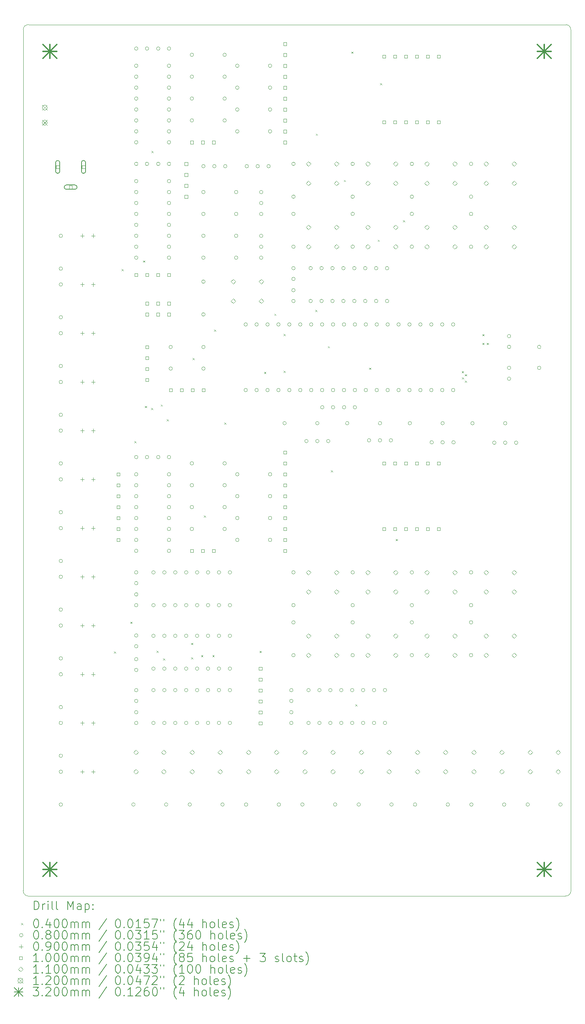
<source format=gbr>
%TF.GenerationSoftware,KiCad,Pcbnew,(6.0.7)*%
%TF.CreationDate,2022-08-11T21:27:06+02:00*%
%TF.ProjectId,magic_counter,6d616769-635f-4636-9f75-6e7465722e6b,rev?*%
%TF.SameCoordinates,Original*%
%TF.FileFunction,Drillmap*%
%TF.FilePolarity,Positive*%
%FSLAX45Y45*%
G04 Gerber Fmt 4.5, Leading zero omitted, Abs format (unit mm)*
G04 Created by KiCad (PCBNEW (6.0.7)) date 2022-08-11 21:27:06*
%MOMM*%
%LPD*%
G01*
G04 APERTURE LIST*
%ADD10C,0.100000*%
%ADD11C,0.200000*%
%ADD12C,0.040000*%
%ADD13C,0.080000*%
%ADD14C,0.090000*%
%ADD15C,0.110000*%
%ADD16C,0.120000*%
%ADD17C,0.320000*%
G04 APERTURE END LIST*
D10*
X15908702Y-2491512D02*
G75*
G03*
X15795957Y-2365406I-119413J6692D01*
G01*
X3282597Y-22604257D02*
X15782597Y-22604257D01*
X3295956Y-2365412D02*
G75*
G03*
X3169851Y-2478152I-6687J-119418D01*
G01*
X15795957Y-2365406D02*
X3295957Y-2365406D01*
X15782597Y-22604252D02*
G75*
G03*
X15908702Y-22491511I6683J119423D01*
G01*
X15908702Y-2491512D02*
X15908702Y-22491511D01*
X3169851Y-22478152D02*
G75*
G03*
X3282597Y-22604257I119439J-6668D01*
G01*
X3169851Y-2478152D02*
X3169851Y-22478152D01*
D11*
D12*
X5284619Y-16922381D02*
X5324619Y-16962381D01*
X5324619Y-16922381D02*
X5284619Y-16962381D01*
X5457550Y-8041000D02*
X5497550Y-8081000D01*
X5497550Y-8041000D02*
X5457550Y-8081000D01*
X5663000Y-16235000D02*
X5703000Y-16275000D01*
X5703000Y-16235000D02*
X5663000Y-16275000D01*
X5755000Y-12041000D02*
X5795000Y-12081000D01*
X5795000Y-12041000D02*
X5755000Y-12081000D01*
X5961050Y-7843000D02*
X6001050Y-7883000D01*
X6001050Y-7843000D02*
X5961050Y-7883000D01*
X6001000Y-11223000D02*
X6041000Y-11263000D01*
X6041000Y-11223000D02*
X6001000Y-11263000D01*
X6143275Y-11269725D02*
X6183275Y-11309725D01*
X6183275Y-11269725D02*
X6143275Y-11309725D01*
X6152200Y-5299300D02*
X6192200Y-5339300D01*
X6192200Y-5299300D02*
X6152200Y-5339300D01*
X6273000Y-16905000D02*
X6313000Y-16945000D01*
X6313000Y-16905000D02*
X6273000Y-16945000D01*
X6370000Y-11189000D02*
X6410000Y-11229000D01*
X6410000Y-11189000D02*
X6370000Y-11229000D01*
X6425000Y-17083000D02*
X6465000Y-17123000D01*
X6465000Y-17083000D02*
X6425000Y-17123000D01*
X6508005Y-11531995D02*
X6548005Y-11571995D01*
X6548005Y-11531995D02*
X6508005Y-11571995D01*
X7077000Y-16726550D02*
X7117000Y-16766550D01*
X7117000Y-16726550D02*
X7077000Y-16766550D01*
X7077000Y-17059000D02*
X7117000Y-17099000D01*
X7117000Y-17059000D02*
X7077000Y-17099000D01*
X7113000Y-10111000D02*
X7153000Y-10151000D01*
X7153000Y-10111000D02*
X7113000Y-10151000D01*
X7310000Y-17009000D02*
X7350000Y-17049000D01*
X7350000Y-17009000D02*
X7310000Y-17049000D01*
X7372000Y-13764700D02*
X7412000Y-13804700D01*
X7412000Y-13764700D02*
X7372000Y-13804700D01*
X7572000Y-17008000D02*
X7612000Y-17048000D01*
X7612000Y-17008000D02*
X7572000Y-17048000D01*
X7612000Y-9446000D02*
X7652000Y-9486000D01*
X7652000Y-9446000D02*
X7612000Y-9486000D01*
X7845000Y-11605000D02*
X7885000Y-11645000D01*
X7885000Y-11605000D02*
X7845000Y-11645000D01*
X8668000Y-16911000D02*
X8708000Y-16951000D01*
X8708000Y-16911000D02*
X8668000Y-16951000D01*
X8774000Y-10431550D02*
X8814000Y-10471550D01*
X8814000Y-10431550D02*
X8774000Y-10471550D01*
X9012000Y-9080000D02*
X9052000Y-9120000D01*
X9052000Y-9080000D02*
X9012000Y-9120000D01*
X9225000Y-9552000D02*
X9265000Y-9592000D01*
X9265000Y-9552000D02*
X9225000Y-9592000D01*
X9225000Y-10405450D02*
X9265000Y-10445450D01*
X9265000Y-10405450D02*
X9225000Y-10445450D01*
X9962770Y-8993230D02*
X10002770Y-9033230D01*
X10002770Y-8993230D02*
X9962770Y-9033230D01*
X9977000Y-4897700D02*
X10017000Y-4937700D01*
X10017000Y-4897700D02*
X9977000Y-4937700D01*
X10256000Y-9833000D02*
X10296000Y-9873000D01*
X10296000Y-9833000D02*
X10256000Y-9873000D01*
X10328000Y-12714700D02*
X10368000Y-12754700D01*
X10368000Y-12714700D02*
X10328000Y-12754700D01*
X10629000Y-5972000D02*
X10669000Y-6012000D01*
X10669000Y-5972000D02*
X10629000Y-6012000D01*
X10805000Y-2992056D02*
X10845000Y-3032056D01*
X10845000Y-2992056D02*
X10805000Y-3032056D01*
X10896000Y-18154450D02*
X10936000Y-18194450D01*
X10936000Y-18154450D02*
X10896000Y-18194450D01*
X11218000Y-10333000D02*
X11258000Y-10373000D01*
X11258000Y-10333000D02*
X11218000Y-10373000D01*
X11415450Y-7362000D02*
X11455450Y-7402000D01*
X11455450Y-7362000D02*
X11415450Y-7402000D01*
X11468550Y-3726270D02*
X11508550Y-3766270D01*
X11508550Y-3726270D02*
X11468550Y-3766270D01*
X11835000Y-14313000D02*
X11875000Y-14353000D01*
X11875000Y-14313000D02*
X11835000Y-14353000D01*
X12002000Y-6908000D02*
X12042000Y-6948000D01*
X12042000Y-6908000D02*
X12002000Y-6948000D01*
X13371759Y-10413650D02*
X13411759Y-10453650D01*
X13411759Y-10413650D02*
X13371759Y-10453650D01*
X13372949Y-10558550D02*
X13412949Y-10598550D01*
X13412949Y-10558550D02*
X13372949Y-10598550D01*
X13441454Y-10485769D02*
X13481454Y-10525769D01*
X13481454Y-10485769D02*
X13441454Y-10525769D01*
X13442000Y-10631000D02*
X13482000Y-10671000D01*
X13482000Y-10631000D02*
X13442000Y-10671000D01*
X13850450Y-9757550D02*
X13890450Y-9797550D01*
X13890450Y-9757550D02*
X13850450Y-9797550D01*
X13851445Y-9553555D02*
X13891445Y-9593555D01*
X13891445Y-9553555D02*
X13851445Y-9593555D01*
X13950400Y-9757550D02*
X13990400Y-9797550D01*
X13990400Y-9757550D02*
X13950400Y-9797550D01*
D13*
X4085500Y-7269250D02*
G75*
G03*
X4085500Y-7269250I-40000J0D01*
G01*
X4085500Y-8031250D02*
G75*
G03*
X4085500Y-8031250I-40000J0D01*
G01*
X4085500Y-8400800D02*
G75*
G03*
X4085500Y-8400800I-40000J0D01*
G01*
X4085500Y-9162800D02*
G75*
G03*
X4085500Y-9162800I-40000J0D01*
G01*
X4085500Y-9532350D02*
G75*
G03*
X4085500Y-9532350I-40000J0D01*
G01*
X4085500Y-10294350D02*
G75*
G03*
X4085500Y-10294350I-40000J0D01*
G01*
X4085500Y-10663900D02*
G75*
G03*
X4085500Y-10663900I-40000J0D01*
G01*
X4085500Y-11425900D02*
G75*
G03*
X4085500Y-11425900I-40000J0D01*
G01*
X4085500Y-11795450D02*
G75*
G03*
X4085500Y-11795450I-40000J0D01*
G01*
X4085500Y-12557450D02*
G75*
G03*
X4085500Y-12557450I-40000J0D01*
G01*
X4085500Y-12927000D02*
G75*
G03*
X4085500Y-12927000I-40000J0D01*
G01*
X4085500Y-13689000D02*
G75*
G03*
X4085500Y-13689000I-40000J0D01*
G01*
X4085500Y-14058550D02*
G75*
G03*
X4085500Y-14058550I-40000J0D01*
G01*
X4085500Y-14820550D02*
G75*
G03*
X4085500Y-14820550I-40000J0D01*
G01*
X4085500Y-15190100D02*
G75*
G03*
X4085500Y-15190100I-40000J0D01*
G01*
X4085500Y-15952100D02*
G75*
G03*
X4085500Y-15952100I-40000J0D01*
G01*
X4085500Y-16321650D02*
G75*
G03*
X4085500Y-16321650I-40000J0D01*
G01*
X4085500Y-17083650D02*
G75*
G03*
X4085500Y-17083650I-40000J0D01*
G01*
X4085500Y-17453200D02*
G75*
G03*
X4085500Y-17453200I-40000J0D01*
G01*
X4085500Y-18215200D02*
G75*
G03*
X4085500Y-18215200I-40000J0D01*
G01*
X4085500Y-18584750D02*
G75*
G03*
X4085500Y-18584750I-40000J0D01*
G01*
X4085500Y-19346750D02*
G75*
G03*
X4085500Y-19346750I-40000J0D01*
G01*
X4085500Y-19716350D02*
G75*
G03*
X4085500Y-19716350I-40000J0D01*
G01*
X4085500Y-20478350D02*
G75*
G03*
X4085500Y-20478350I-40000J0D01*
G01*
X5774000Y-20478350D02*
G75*
G03*
X5774000Y-20478350I-40000J0D01*
G01*
X5839500Y-2921250D02*
G75*
G03*
X5839500Y-2921250I-40000J0D01*
G01*
X5839500Y-3321250D02*
G75*
G03*
X5839500Y-3321250I-40000J0D01*
G01*
X5839500Y-3575250D02*
G75*
G03*
X5839500Y-3575250I-40000J0D01*
G01*
X5839500Y-3829250D02*
G75*
G03*
X5839500Y-3829250I-40000J0D01*
G01*
X5839500Y-4083250D02*
G75*
G03*
X5839500Y-4083250I-40000J0D01*
G01*
X5839500Y-4337250D02*
G75*
G03*
X5839500Y-4337250I-40000J0D01*
G01*
X5839500Y-4591250D02*
G75*
G03*
X5839500Y-4591250I-40000J0D01*
G01*
X5839500Y-4845250D02*
G75*
G03*
X5839500Y-4845250I-40000J0D01*
G01*
X5839500Y-5099250D02*
G75*
G03*
X5839500Y-5099250I-40000J0D01*
G01*
X5839500Y-5599250D02*
G75*
G03*
X5839500Y-5599250I-40000J0D01*
G01*
X5839500Y-5999250D02*
G75*
G03*
X5839500Y-5999250I-40000J0D01*
G01*
X5839500Y-6253250D02*
G75*
G03*
X5839500Y-6253250I-40000J0D01*
G01*
X5839500Y-6507250D02*
G75*
G03*
X5839500Y-6507250I-40000J0D01*
G01*
X5839500Y-6761250D02*
G75*
G03*
X5839500Y-6761250I-40000J0D01*
G01*
X5839500Y-7015250D02*
G75*
G03*
X5839500Y-7015250I-40000J0D01*
G01*
X5839500Y-7269250D02*
G75*
G03*
X5839500Y-7269250I-40000J0D01*
G01*
X5839500Y-7523250D02*
G75*
G03*
X5839500Y-7523250I-40000J0D01*
G01*
X5839500Y-7777250D02*
G75*
G03*
X5839500Y-7777250I-40000J0D01*
G01*
X5839500Y-12408750D02*
G75*
G03*
X5839500Y-12408750I-40000J0D01*
G01*
X5839500Y-12808750D02*
G75*
G03*
X5839500Y-12808750I-40000J0D01*
G01*
X5839500Y-13062750D02*
G75*
G03*
X5839500Y-13062750I-40000J0D01*
G01*
X5839500Y-13316750D02*
G75*
G03*
X5839500Y-13316750I-40000J0D01*
G01*
X5839500Y-13570750D02*
G75*
G03*
X5839500Y-13570750I-40000J0D01*
G01*
X5839500Y-13824750D02*
G75*
G03*
X5839500Y-13824750I-40000J0D01*
G01*
X5839500Y-14078750D02*
G75*
G03*
X5839500Y-14078750I-40000J0D01*
G01*
X5839500Y-14332750D02*
G75*
G03*
X5839500Y-14332750I-40000J0D01*
G01*
X5839500Y-14586750D02*
G75*
G03*
X5839500Y-14586750I-40000J0D01*
G01*
X5839500Y-15086750D02*
G75*
G03*
X5839500Y-15086750I-40000J0D01*
G01*
X5839500Y-15336750D02*
G75*
G03*
X5839500Y-15336750I-40000J0D01*
G01*
X5839500Y-15598750D02*
G75*
G03*
X5839500Y-15598750I-40000J0D01*
G01*
X5839500Y-15848750D02*
G75*
G03*
X5839500Y-15848750I-40000J0D01*
G01*
X5839500Y-16552000D02*
G75*
G03*
X5839500Y-16552000I-40000J0D01*
G01*
X5839500Y-16802000D02*
G75*
G03*
X5839500Y-16802000I-40000J0D01*
G01*
X5839500Y-17103000D02*
G75*
G03*
X5839500Y-17103000I-40000J0D01*
G01*
X5839500Y-17353000D02*
G75*
G03*
X5839500Y-17353000I-40000J0D01*
G01*
X5839500Y-17822750D02*
G75*
G03*
X5839500Y-17822750I-40000J0D01*
G01*
X5839500Y-18072750D02*
G75*
G03*
X5839500Y-18072750I-40000J0D01*
G01*
X5839500Y-18334750D02*
G75*
G03*
X5839500Y-18334750I-40000J0D01*
G01*
X5839500Y-18584750D02*
G75*
G03*
X5839500Y-18584750I-40000J0D01*
G01*
X6089500Y-2921250D02*
G75*
G03*
X6089500Y-2921250I-40000J0D01*
G01*
X6089500Y-5599250D02*
G75*
G03*
X6089500Y-5599250I-40000J0D01*
G01*
X6089500Y-12408750D02*
G75*
G03*
X6089500Y-12408750I-40000J0D01*
G01*
X6239500Y-15086750D02*
G75*
G03*
X6239500Y-15086750I-40000J0D01*
G01*
X6239500Y-15848750D02*
G75*
G03*
X6239500Y-15848750I-40000J0D01*
G01*
X6239500Y-16560750D02*
G75*
G03*
X6239500Y-16560750I-40000J0D01*
G01*
X6239500Y-17322750D02*
G75*
G03*
X6239500Y-17322750I-40000J0D01*
G01*
X6239500Y-17822750D02*
G75*
G03*
X6239500Y-17822750I-40000J0D01*
G01*
X6239500Y-18584750D02*
G75*
G03*
X6239500Y-18584750I-40000J0D01*
G01*
X6351500Y-2921250D02*
G75*
G03*
X6351500Y-2921250I-40000J0D01*
G01*
X6351500Y-5599250D02*
G75*
G03*
X6351500Y-5599250I-40000J0D01*
G01*
X6351500Y-12408750D02*
G75*
G03*
X6351500Y-12408750I-40000J0D01*
G01*
X6493500Y-15086750D02*
G75*
G03*
X6493500Y-15086750I-40000J0D01*
G01*
X6493500Y-15848750D02*
G75*
G03*
X6493500Y-15848750I-40000J0D01*
G01*
X6493500Y-16560750D02*
G75*
G03*
X6493500Y-16560750I-40000J0D01*
G01*
X6493500Y-17322750D02*
G75*
G03*
X6493500Y-17322750I-40000J0D01*
G01*
X6493500Y-17822750D02*
G75*
G03*
X6493500Y-17822750I-40000J0D01*
G01*
X6493500Y-18584750D02*
G75*
G03*
X6493500Y-18584750I-40000J0D01*
G01*
X6536000Y-20478350D02*
G75*
G03*
X6536000Y-20478350I-40000J0D01*
G01*
X6601500Y-2921250D02*
G75*
G03*
X6601500Y-2921250I-40000J0D01*
G01*
X6601500Y-3321250D02*
G75*
G03*
X6601500Y-3321250I-40000J0D01*
G01*
X6601500Y-3575250D02*
G75*
G03*
X6601500Y-3575250I-40000J0D01*
G01*
X6601500Y-3829250D02*
G75*
G03*
X6601500Y-3829250I-40000J0D01*
G01*
X6601500Y-4083250D02*
G75*
G03*
X6601500Y-4083250I-40000J0D01*
G01*
X6601500Y-4337250D02*
G75*
G03*
X6601500Y-4337250I-40000J0D01*
G01*
X6601500Y-4591250D02*
G75*
G03*
X6601500Y-4591250I-40000J0D01*
G01*
X6601500Y-4845250D02*
G75*
G03*
X6601500Y-4845250I-40000J0D01*
G01*
X6601500Y-5099250D02*
G75*
G03*
X6601500Y-5099250I-40000J0D01*
G01*
X6601500Y-5599250D02*
G75*
G03*
X6601500Y-5599250I-40000J0D01*
G01*
X6601500Y-5999250D02*
G75*
G03*
X6601500Y-5999250I-40000J0D01*
G01*
X6601500Y-6253250D02*
G75*
G03*
X6601500Y-6253250I-40000J0D01*
G01*
X6601500Y-6507250D02*
G75*
G03*
X6601500Y-6507250I-40000J0D01*
G01*
X6601500Y-6761250D02*
G75*
G03*
X6601500Y-6761250I-40000J0D01*
G01*
X6601500Y-7015250D02*
G75*
G03*
X6601500Y-7015250I-40000J0D01*
G01*
X6601500Y-7269250D02*
G75*
G03*
X6601500Y-7269250I-40000J0D01*
G01*
X6601500Y-7523250D02*
G75*
G03*
X6601500Y-7523250I-40000J0D01*
G01*
X6601500Y-7777250D02*
G75*
G03*
X6601500Y-7777250I-40000J0D01*
G01*
X6601500Y-12408750D02*
G75*
G03*
X6601500Y-12408750I-40000J0D01*
G01*
X6601500Y-12808750D02*
G75*
G03*
X6601500Y-12808750I-40000J0D01*
G01*
X6601500Y-13062750D02*
G75*
G03*
X6601500Y-13062750I-40000J0D01*
G01*
X6601500Y-13316750D02*
G75*
G03*
X6601500Y-13316750I-40000J0D01*
G01*
X6601500Y-13570750D02*
G75*
G03*
X6601500Y-13570750I-40000J0D01*
G01*
X6601500Y-13824750D02*
G75*
G03*
X6601500Y-13824750I-40000J0D01*
G01*
X6601500Y-14078750D02*
G75*
G03*
X6601500Y-14078750I-40000J0D01*
G01*
X6601500Y-14332750D02*
G75*
G03*
X6601500Y-14332750I-40000J0D01*
G01*
X6601500Y-14586750D02*
G75*
G03*
X6601500Y-14586750I-40000J0D01*
G01*
X6639500Y-9853000D02*
G75*
G03*
X6639500Y-9853000I-40000J0D01*
G01*
X6639500Y-10353000D02*
G75*
G03*
X6639500Y-10353000I-40000J0D01*
G01*
X6747500Y-15086750D02*
G75*
G03*
X6747500Y-15086750I-40000J0D01*
G01*
X6747500Y-15848750D02*
G75*
G03*
X6747500Y-15848750I-40000J0D01*
G01*
X6747500Y-16560750D02*
G75*
G03*
X6747500Y-16560750I-40000J0D01*
G01*
X6747500Y-17322750D02*
G75*
G03*
X6747500Y-17322750I-40000J0D01*
G01*
X6747500Y-17822750D02*
G75*
G03*
X6747500Y-17822750I-40000J0D01*
G01*
X6747500Y-18584750D02*
G75*
G03*
X6747500Y-18584750I-40000J0D01*
G01*
X7001500Y-15086750D02*
G75*
G03*
X7001500Y-15086750I-40000J0D01*
G01*
X7001500Y-15848750D02*
G75*
G03*
X7001500Y-15848750I-40000J0D01*
G01*
X7001500Y-16560750D02*
G75*
G03*
X7001500Y-16560750I-40000J0D01*
G01*
X7001500Y-17322750D02*
G75*
G03*
X7001500Y-17322750I-40000J0D01*
G01*
X7001500Y-17822750D02*
G75*
G03*
X7001500Y-17822750I-40000J0D01*
G01*
X7001500Y-18584750D02*
G75*
G03*
X7001500Y-18584750I-40000J0D01*
G01*
X7084000Y-20478350D02*
G75*
G03*
X7084000Y-20478350I-40000J0D01*
G01*
X7133000Y-3067250D02*
G75*
G03*
X7133000Y-3067250I-40000J0D01*
G01*
X7133000Y-3575250D02*
G75*
G03*
X7133000Y-3575250I-40000J0D01*
G01*
X7133000Y-4083250D02*
G75*
G03*
X7133000Y-4083250I-40000J0D01*
G01*
X7133000Y-4591250D02*
G75*
G03*
X7133000Y-4591250I-40000J0D01*
G01*
X7133000Y-12554750D02*
G75*
G03*
X7133000Y-12554750I-40000J0D01*
G01*
X7133000Y-13062750D02*
G75*
G03*
X7133000Y-13062750I-40000J0D01*
G01*
X7133000Y-13570750D02*
G75*
G03*
X7133000Y-13570750I-40000J0D01*
G01*
X7133000Y-14078750D02*
G75*
G03*
X7133000Y-14078750I-40000J0D01*
G01*
X7255500Y-15086750D02*
G75*
G03*
X7255500Y-15086750I-40000J0D01*
G01*
X7255500Y-15848750D02*
G75*
G03*
X7255500Y-15848750I-40000J0D01*
G01*
X7255500Y-16560750D02*
G75*
G03*
X7255500Y-16560750I-40000J0D01*
G01*
X7255500Y-17322750D02*
G75*
G03*
X7255500Y-17322750I-40000J0D01*
G01*
X7255500Y-17822750D02*
G75*
G03*
X7255500Y-17822750I-40000J0D01*
G01*
X7255500Y-18584750D02*
G75*
G03*
X7255500Y-18584750I-40000J0D01*
G01*
X7401500Y-5653250D02*
G75*
G03*
X7401500Y-5653250I-40000J0D01*
G01*
X7401500Y-6253250D02*
G75*
G03*
X7401500Y-6253250I-40000J0D01*
G01*
X7401500Y-6761250D02*
G75*
G03*
X7401500Y-6761250I-40000J0D01*
G01*
X7401500Y-7269250D02*
G75*
G03*
X7401500Y-7269250I-40000J0D01*
G01*
X7401500Y-7777250D02*
G75*
G03*
X7401500Y-7777250I-40000J0D01*
G01*
X7401500Y-8334000D02*
G75*
G03*
X7401500Y-8334000I-40000J0D01*
G01*
X7401500Y-9096000D02*
G75*
G03*
X7401500Y-9096000I-40000J0D01*
G01*
X7401500Y-9853000D02*
G75*
G03*
X7401500Y-9853000I-40000J0D01*
G01*
X7401500Y-10353000D02*
G75*
G03*
X7401500Y-10353000I-40000J0D01*
G01*
X7509500Y-15086750D02*
G75*
G03*
X7509500Y-15086750I-40000J0D01*
G01*
X7509500Y-15848750D02*
G75*
G03*
X7509500Y-15848750I-40000J0D01*
G01*
X7509500Y-16560750D02*
G75*
G03*
X7509500Y-16560750I-40000J0D01*
G01*
X7509500Y-17322750D02*
G75*
G03*
X7509500Y-17322750I-40000J0D01*
G01*
X7509500Y-17822750D02*
G75*
G03*
X7509500Y-17822750I-40000J0D01*
G01*
X7509500Y-18584750D02*
G75*
G03*
X7509500Y-18584750I-40000J0D01*
G01*
X7655500Y-5653250D02*
G75*
G03*
X7655500Y-5653250I-40000J0D01*
G01*
X7763500Y-15086750D02*
G75*
G03*
X7763500Y-15086750I-40000J0D01*
G01*
X7763500Y-15848750D02*
G75*
G03*
X7763500Y-15848750I-40000J0D01*
G01*
X7763500Y-16560750D02*
G75*
G03*
X7763500Y-16560750I-40000J0D01*
G01*
X7763500Y-17322750D02*
G75*
G03*
X7763500Y-17322750I-40000J0D01*
G01*
X7763500Y-17822750D02*
G75*
G03*
X7763500Y-17822750I-40000J0D01*
G01*
X7763500Y-18584750D02*
G75*
G03*
X7763500Y-18584750I-40000J0D01*
G01*
X7846000Y-20478350D02*
G75*
G03*
X7846000Y-20478350I-40000J0D01*
G01*
X7895000Y-3067250D02*
G75*
G03*
X7895000Y-3067250I-40000J0D01*
G01*
X7895000Y-3575250D02*
G75*
G03*
X7895000Y-3575250I-40000J0D01*
G01*
X7895000Y-4083250D02*
G75*
G03*
X7895000Y-4083250I-40000J0D01*
G01*
X7895000Y-4591250D02*
G75*
G03*
X7895000Y-4591250I-40000J0D01*
G01*
X7895000Y-12554750D02*
G75*
G03*
X7895000Y-12554750I-40000J0D01*
G01*
X7895000Y-13062750D02*
G75*
G03*
X7895000Y-13062750I-40000J0D01*
G01*
X7895000Y-13570750D02*
G75*
G03*
X7895000Y-13570750I-40000J0D01*
G01*
X7895000Y-14078750D02*
G75*
G03*
X7895000Y-14078750I-40000J0D01*
G01*
X7909500Y-5653250D02*
G75*
G03*
X7909500Y-5653250I-40000J0D01*
G01*
X8017500Y-15086750D02*
G75*
G03*
X8017500Y-15086750I-40000J0D01*
G01*
X8017500Y-15848750D02*
G75*
G03*
X8017500Y-15848750I-40000J0D01*
G01*
X8017500Y-16560750D02*
G75*
G03*
X8017500Y-16560750I-40000J0D01*
G01*
X8017500Y-17322750D02*
G75*
G03*
X8017500Y-17322750I-40000J0D01*
G01*
X8017500Y-17822750D02*
G75*
G03*
X8017500Y-17822750I-40000J0D01*
G01*
X8017500Y-18584750D02*
G75*
G03*
X8017500Y-18584750I-40000J0D01*
G01*
X8163500Y-6253250D02*
G75*
G03*
X8163500Y-6253250I-40000J0D01*
G01*
X8163500Y-6761250D02*
G75*
G03*
X8163500Y-6761250I-40000J0D01*
G01*
X8163500Y-7269250D02*
G75*
G03*
X8163500Y-7269250I-40000J0D01*
G01*
X8163500Y-7777250D02*
G75*
G03*
X8163500Y-7777250I-40000J0D01*
G01*
X8189000Y-3321250D02*
G75*
G03*
X8189000Y-3321250I-40000J0D01*
G01*
X8189000Y-3829250D02*
G75*
G03*
X8189000Y-3829250I-40000J0D01*
G01*
X8189000Y-4337250D02*
G75*
G03*
X8189000Y-4337250I-40000J0D01*
G01*
X8189000Y-4845250D02*
G75*
G03*
X8189000Y-4845250I-40000J0D01*
G01*
X8189000Y-12808750D02*
G75*
G03*
X8189000Y-12808750I-40000J0D01*
G01*
X8189000Y-13316750D02*
G75*
G03*
X8189000Y-13316750I-40000J0D01*
G01*
X8189000Y-13824750D02*
G75*
G03*
X8189000Y-13824750I-40000J0D01*
G01*
X8189000Y-14332750D02*
G75*
G03*
X8189000Y-14332750I-40000J0D01*
G01*
X8384500Y-9329000D02*
G75*
G03*
X8384500Y-9329000I-40000J0D01*
G01*
X8384500Y-10853000D02*
G75*
G03*
X8384500Y-10853000I-40000J0D01*
G01*
X8394000Y-20478350D02*
G75*
G03*
X8394000Y-20478350I-40000J0D01*
G01*
X8409500Y-5653250D02*
G75*
G03*
X8409500Y-5653250I-40000J0D01*
G01*
X8638500Y-9329000D02*
G75*
G03*
X8638500Y-9329000I-40000J0D01*
G01*
X8638500Y-10853000D02*
G75*
G03*
X8638500Y-10853000I-40000J0D01*
G01*
X8663500Y-5653250D02*
G75*
G03*
X8663500Y-5653250I-40000J0D01*
G01*
X8745500Y-6253250D02*
G75*
G03*
X8745500Y-6253250I-40000J0D01*
G01*
X8745500Y-6507250D02*
G75*
G03*
X8745500Y-6507250I-40000J0D01*
G01*
X8745500Y-6761250D02*
G75*
G03*
X8745500Y-6761250I-40000J0D01*
G01*
X8745500Y-7269250D02*
G75*
G03*
X8745500Y-7269250I-40000J0D01*
G01*
X8745500Y-7523250D02*
G75*
G03*
X8745500Y-7523250I-40000J0D01*
G01*
X8745500Y-7777250D02*
G75*
G03*
X8745500Y-7777250I-40000J0D01*
G01*
X8892500Y-9329000D02*
G75*
G03*
X8892500Y-9329000I-40000J0D01*
G01*
X8892500Y-10853000D02*
G75*
G03*
X8892500Y-10853000I-40000J0D01*
G01*
X8917500Y-5653250D02*
G75*
G03*
X8917500Y-5653250I-40000J0D01*
G01*
X8951000Y-3321250D02*
G75*
G03*
X8951000Y-3321250I-40000J0D01*
G01*
X8951000Y-3829250D02*
G75*
G03*
X8951000Y-3829250I-40000J0D01*
G01*
X8951000Y-4337250D02*
G75*
G03*
X8951000Y-4337250I-40000J0D01*
G01*
X8951000Y-4845250D02*
G75*
G03*
X8951000Y-4845250I-40000J0D01*
G01*
X8951000Y-12808750D02*
G75*
G03*
X8951000Y-12808750I-40000J0D01*
G01*
X8951000Y-13316750D02*
G75*
G03*
X8951000Y-13316750I-40000J0D01*
G01*
X8951000Y-13824750D02*
G75*
G03*
X8951000Y-13824750I-40000J0D01*
G01*
X8951000Y-14332750D02*
G75*
G03*
X8951000Y-14332750I-40000J0D01*
G01*
X9146500Y-9329000D02*
G75*
G03*
X9146500Y-9329000I-40000J0D01*
G01*
X9146500Y-10853000D02*
G75*
G03*
X9146500Y-10853000I-40000J0D01*
G01*
X9156000Y-20478350D02*
G75*
G03*
X9156000Y-20478350I-40000J0D01*
G01*
X9289000Y-11622500D02*
G75*
G03*
X9289000Y-11622500I-40000J0D01*
G01*
X9400500Y-9329000D02*
G75*
G03*
X9400500Y-9329000I-40000J0D01*
G01*
X9400500Y-10853000D02*
G75*
G03*
X9400500Y-10853000I-40000J0D01*
G01*
X9446000Y-17822750D02*
G75*
G03*
X9446000Y-17822750I-40000J0D01*
G01*
X9446000Y-18072750D02*
G75*
G03*
X9446000Y-18072750I-40000J0D01*
G01*
X9446000Y-18334750D02*
G75*
G03*
X9446000Y-18334750I-40000J0D01*
G01*
X9446000Y-18584750D02*
G75*
G03*
X9446000Y-18584750I-40000J0D01*
G01*
X9496000Y-5599250D02*
G75*
G03*
X9496000Y-5599250I-40000J0D01*
G01*
X9496000Y-6361250D02*
G75*
G03*
X9496000Y-6361250I-40000J0D01*
G01*
X9496000Y-6760000D02*
G75*
G03*
X9496000Y-6760000I-40000J0D01*
G01*
X9496000Y-7522000D02*
G75*
G03*
X9496000Y-7522000I-40000J0D01*
G01*
X9496000Y-8022000D02*
G75*
G03*
X9496000Y-8022000I-40000J0D01*
G01*
X9496000Y-8272000D02*
G75*
G03*
X9496000Y-8272000I-40000J0D01*
G01*
X9496000Y-8534000D02*
G75*
G03*
X9496000Y-8534000I-40000J0D01*
G01*
X9496000Y-8784000D02*
G75*
G03*
X9496000Y-8784000I-40000J0D01*
G01*
X9496000Y-15086750D02*
G75*
G03*
X9496000Y-15086750I-40000J0D01*
G01*
X9496000Y-15848750D02*
G75*
G03*
X9496000Y-15848750I-40000J0D01*
G01*
X9496000Y-16248750D02*
G75*
G03*
X9496000Y-16248750I-40000J0D01*
G01*
X9496000Y-17010750D02*
G75*
G03*
X9496000Y-17010750I-40000J0D01*
G01*
X9654500Y-9329000D02*
G75*
G03*
X9654500Y-9329000I-40000J0D01*
G01*
X9654500Y-10853000D02*
G75*
G03*
X9654500Y-10853000I-40000J0D01*
G01*
X9704000Y-20478350D02*
G75*
G03*
X9704000Y-20478350I-40000J0D01*
G01*
X9797000Y-12038000D02*
G75*
G03*
X9797000Y-12038000I-40000J0D01*
G01*
X9846000Y-17822750D02*
G75*
G03*
X9846000Y-17822750I-40000J0D01*
G01*
X9846000Y-18584750D02*
G75*
G03*
X9846000Y-18584750I-40000J0D01*
G01*
X9896000Y-8022000D02*
G75*
G03*
X9896000Y-8022000I-40000J0D01*
G01*
X9896000Y-8784000D02*
G75*
G03*
X9896000Y-8784000I-40000J0D01*
G01*
X9908500Y-9329000D02*
G75*
G03*
X9908500Y-9329000I-40000J0D01*
G01*
X9908500Y-10853000D02*
G75*
G03*
X9908500Y-10853000I-40000J0D01*
G01*
X10051000Y-11622500D02*
G75*
G03*
X10051000Y-11622500I-40000J0D01*
G01*
X10051000Y-12038000D02*
G75*
G03*
X10051000Y-12038000I-40000J0D01*
G01*
X10100000Y-17822750D02*
G75*
G03*
X10100000Y-17822750I-40000J0D01*
G01*
X10100000Y-18584750D02*
G75*
G03*
X10100000Y-18584750I-40000J0D01*
G01*
X10150000Y-8022000D02*
G75*
G03*
X10150000Y-8022000I-40000J0D01*
G01*
X10150000Y-8784000D02*
G75*
G03*
X10150000Y-8784000I-40000J0D01*
G01*
X10162500Y-9329000D02*
G75*
G03*
X10162500Y-9329000I-40000J0D01*
G01*
X10162500Y-10853000D02*
G75*
G03*
X10162500Y-10853000I-40000J0D01*
G01*
X10166500Y-11253000D02*
G75*
G03*
X10166500Y-11253000I-40000J0D01*
G01*
X10305000Y-12038000D02*
G75*
G03*
X10305000Y-12038000I-40000J0D01*
G01*
X10354000Y-17822750D02*
G75*
G03*
X10354000Y-17822750I-40000J0D01*
G01*
X10354000Y-18584750D02*
G75*
G03*
X10354000Y-18584750I-40000J0D01*
G01*
X10404000Y-8022000D02*
G75*
G03*
X10404000Y-8022000I-40000J0D01*
G01*
X10404000Y-8784000D02*
G75*
G03*
X10404000Y-8784000I-40000J0D01*
G01*
X10416500Y-9329000D02*
G75*
G03*
X10416500Y-9329000I-40000J0D01*
G01*
X10416500Y-10853000D02*
G75*
G03*
X10416500Y-10853000I-40000J0D01*
G01*
X10416500Y-11253000D02*
G75*
G03*
X10416500Y-11253000I-40000J0D01*
G01*
X10466000Y-20478350D02*
G75*
G03*
X10466000Y-20478350I-40000J0D01*
G01*
X10608000Y-17822750D02*
G75*
G03*
X10608000Y-17822750I-40000J0D01*
G01*
X10608000Y-18584750D02*
G75*
G03*
X10608000Y-18584750I-40000J0D01*
G01*
X10658000Y-8022000D02*
G75*
G03*
X10658000Y-8022000I-40000J0D01*
G01*
X10658000Y-8784000D02*
G75*
G03*
X10658000Y-8784000I-40000J0D01*
G01*
X10670500Y-9329000D02*
G75*
G03*
X10670500Y-9329000I-40000J0D01*
G01*
X10670500Y-10853000D02*
G75*
G03*
X10670500Y-10853000I-40000J0D01*
G01*
X10674500Y-11253000D02*
G75*
G03*
X10674500Y-11253000I-40000J0D01*
G01*
X10745667Y-11622500D02*
G75*
G03*
X10745667Y-11622500I-40000J0D01*
G01*
X10862000Y-17822750D02*
G75*
G03*
X10862000Y-17822750I-40000J0D01*
G01*
X10862000Y-18584750D02*
G75*
G03*
X10862000Y-18584750I-40000J0D01*
G01*
X10872667Y-5599250D02*
G75*
G03*
X10872667Y-5599250I-40000J0D01*
G01*
X10872667Y-6361250D02*
G75*
G03*
X10872667Y-6361250I-40000J0D01*
G01*
X10872667Y-6760000D02*
G75*
G03*
X10872667Y-6760000I-40000J0D01*
G01*
X10872667Y-7522000D02*
G75*
G03*
X10872667Y-7522000I-40000J0D01*
G01*
X10872667Y-15086750D02*
G75*
G03*
X10872667Y-15086750I-40000J0D01*
G01*
X10872667Y-15848750D02*
G75*
G03*
X10872667Y-15848750I-40000J0D01*
G01*
X10872667Y-16248750D02*
G75*
G03*
X10872667Y-16248750I-40000J0D01*
G01*
X10872667Y-17010750D02*
G75*
G03*
X10872667Y-17010750I-40000J0D01*
G01*
X10912000Y-8022000D02*
G75*
G03*
X10912000Y-8022000I-40000J0D01*
G01*
X10912000Y-8784000D02*
G75*
G03*
X10912000Y-8784000I-40000J0D01*
G01*
X10924500Y-9329000D02*
G75*
G03*
X10924500Y-9329000I-40000J0D01*
G01*
X10924500Y-10853000D02*
G75*
G03*
X10924500Y-10853000I-40000J0D01*
G01*
X10924500Y-11253000D02*
G75*
G03*
X10924500Y-11253000I-40000J0D01*
G01*
X11014000Y-20478350D02*
G75*
G03*
X11014000Y-20478350I-40000J0D01*
G01*
X11116000Y-17822750D02*
G75*
G03*
X11116000Y-17822750I-40000J0D01*
G01*
X11116000Y-18584750D02*
G75*
G03*
X11116000Y-18584750I-40000J0D01*
G01*
X11166000Y-8022000D02*
G75*
G03*
X11166000Y-8022000I-40000J0D01*
G01*
X11166000Y-8784000D02*
G75*
G03*
X11166000Y-8784000I-40000J0D01*
G01*
X11178500Y-9329000D02*
G75*
G03*
X11178500Y-9329000I-40000J0D01*
G01*
X11178500Y-10853000D02*
G75*
G03*
X11178500Y-10853000I-40000J0D01*
G01*
X11253667Y-12019000D02*
G75*
G03*
X11253667Y-12019000I-40000J0D01*
G01*
X11370000Y-17822750D02*
G75*
G03*
X11370000Y-17822750I-40000J0D01*
G01*
X11370000Y-18584750D02*
G75*
G03*
X11370000Y-18584750I-40000J0D01*
G01*
X11420000Y-8022000D02*
G75*
G03*
X11420000Y-8022000I-40000J0D01*
G01*
X11420000Y-8784000D02*
G75*
G03*
X11420000Y-8784000I-40000J0D01*
G01*
X11432500Y-9329000D02*
G75*
G03*
X11432500Y-9329000I-40000J0D01*
G01*
X11432500Y-10853000D02*
G75*
G03*
X11432500Y-10853000I-40000J0D01*
G01*
X11507667Y-11622500D02*
G75*
G03*
X11507667Y-11622500I-40000J0D01*
G01*
X11507667Y-12019000D02*
G75*
G03*
X11507667Y-12019000I-40000J0D01*
G01*
X11624000Y-17822750D02*
G75*
G03*
X11624000Y-17822750I-40000J0D01*
G01*
X11624000Y-18584750D02*
G75*
G03*
X11624000Y-18584750I-40000J0D01*
G01*
X11674000Y-8022000D02*
G75*
G03*
X11674000Y-8022000I-40000J0D01*
G01*
X11674000Y-8784000D02*
G75*
G03*
X11674000Y-8784000I-40000J0D01*
G01*
X11686500Y-9329000D02*
G75*
G03*
X11686500Y-9329000I-40000J0D01*
G01*
X11686500Y-10853000D02*
G75*
G03*
X11686500Y-10853000I-40000J0D01*
G01*
X11761667Y-12019000D02*
G75*
G03*
X11761667Y-12019000I-40000J0D01*
G01*
X11776000Y-20478350D02*
G75*
G03*
X11776000Y-20478350I-40000J0D01*
G01*
X11940500Y-9329000D02*
G75*
G03*
X11940500Y-9329000I-40000J0D01*
G01*
X11940500Y-10853000D02*
G75*
G03*
X11940500Y-10853000I-40000J0D01*
G01*
X12194500Y-9329000D02*
G75*
G03*
X12194500Y-9329000I-40000J0D01*
G01*
X12194500Y-10853000D02*
G75*
G03*
X12194500Y-10853000I-40000J0D01*
G01*
X12202333Y-11622500D02*
G75*
G03*
X12202333Y-11622500I-40000J0D01*
G01*
X12249333Y-5599250D02*
G75*
G03*
X12249333Y-5599250I-40000J0D01*
G01*
X12249333Y-6361250D02*
G75*
G03*
X12249333Y-6361250I-40000J0D01*
G01*
X12249333Y-6760000D02*
G75*
G03*
X12249333Y-6760000I-40000J0D01*
G01*
X12249333Y-7522000D02*
G75*
G03*
X12249333Y-7522000I-40000J0D01*
G01*
X12249333Y-15086750D02*
G75*
G03*
X12249333Y-15086750I-40000J0D01*
G01*
X12249333Y-15848750D02*
G75*
G03*
X12249333Y-15848750I-40000J0D01*
G01*
X12249333Y-16248750D02*
G75*
G03*
X12249333Y-16248750I-40000J0D01*
G01*
X12249333Y-17010750D02*
G75*
G03*
X12249333Y-17010750I-40000J0D01*
G01*
X12324000Y-20478350D02*
G75*
G03*
X12324000Y-20478350I-40000J0D01*
G01*
X12448500Y-9329000D02*
G75*
G03*
X12448500Y-9329000I-40000J0D01*
G01*
X12448500Y-10853000D02*
G75*
G03*
X12448500Y-10853000I-40000J0D01*
G01*
X12702500Y-9329000D02*
G75*
G03*
X12702500Y-9329000I-40000J0D01*
G01*
X12702500Y-10853000D02*
G75*
G03*
X12702500Y-10853000I-40000J0D01*
G01*
X12710333Y-12066000D02*
G75*
G03*
X12710333Y-12066000I-40000J0D01*
G01*
X12956500Y-9329000D02*
G75*
G03*
X12956500Y-9329000I-40000J0D01*
G01*
X12956500Y-10853000D02*
G75*
G03*
X12956500Y-10853000I-40000J0D01*
G01*
X12964333Y-11622500D02*
G75*
G03*
X12964333Y-11622500I-40000J0D01*
G01*
X12964333Y-12066000D02*
G75*
G03*
X12964333Y-12066000I-40000J0D01*
G01*
X13086000Y-20478350D02*
G75*
G03*
X13086000Y-20478350I-40000J0D01*
G01*
X13210500Y-9329000D02*
G75*
G03*
X13210500Y-9329000I-40000J0D01*
G01*
X13210500Y-10853000D02*
G75*
G03*
X13210500Y-10853000I-40000J0D01*
G01*
X13218333Y-12066000D02*
G75*
G03*
X13218333Y-12066000I-40000J0D01*
G01*
X13626000Y-5599250D02*
G75*
G03*
X13626000Y-5599250I-40000J0D01*
G01*
X13626000Y-6361250D02*
G75*
G03*
X13626000Y-6361250I-40000J0D01*
G01*
X13626000Y-6760000D02*
G75*
G03*
X13626000Y-6760000I-40000J0D01*
G01*
X13626000Y-7522000D02*
G75*
G03*
X13626000Y-7522000I-40000J0D01*
G01*
X13626000Y-15086750D02*
G75*
G03*
X13626000Y-15086750I-40000J0D01*
G01*
X13626000Y-15848750D02*
G75*
G03*
X13626000Y-15848750I-40000J0D01*
G01*
X13626000Y-16248750D02*
G75*
G03*
X13626000Y-16248750I-40000J0D01*
G01*
X13626000Y-17010750D02*
G75*
G03*
X13626000Y-17010750I-40000J0D01*
G01*
X13634000Y-20478350D02*
G75*
G03*
X13634000Y-20478350I-40000J0D01*
G01*
X13659000Y-11622500D02*
G75*
G03*
X13659000Y-11622500I-40000J0D01*
G01*
X14167000Y-12076000D02*
G75*
G03*
X14167000Y-12076000I-40000J0D01*
G01*
X14396000Y-20478350D02*
G75*
G03*
X14396000Y-20478350I-40000J0D01*
G01*
X14421000Y-11622500D02*
G75*
G03*
X14421000Y-11622500I-40000J0D01*
G01*
X14421000Y-12076000D02*
G75*
G03*
X14421000Y-12076000I-40000J0D01*
G01*
X14510500Y-9600000D02*
G75*
G03*
X14510500Y-9600000I-40000J0D01*
G01*
X14510500Y-9850000D02*
G75*
G03*
X14510500Y-9850000I-40000J0D01*
G01*
X14510500Y-10338000D02*
G75*
G03*
X14510500Y-10338000I-40000J0D01*
G01*
X14510500Y-10588000D02*
G75*
G03*
X14510500Y-10588000I-40000J0D01*
G01*
X14675000Y-12076000D02*
G75*
G03*
X14675000Y-12076000I-40000J0D01*
G01*
X14944000Y-20478350D02*
G75*
G03*
X14944000Y-20478350I-40000J0D01*
G01*
X15210500Y-9850000D02*
G75*
G03*
X15210500Y-9850000I-40000J0D01*
G01*
X15210500Y-10338000D02*
G75*
G03*
X15210500Y-10338000I-40000J0D01*
G01*
X15706000Y-20478350D02*
G75*
G03*
X15706000Y-20478350I-40000J0D01*
G01*
D14*
X4545500Y-7224250D02*
X4545500Y-7314250D01*
X4500500Y-7269250D02*
X4590500Y-7269250D01*
X4545500Y-8355800D02*
X4545500Y-8445800D01*
X4500500Y-8400800D02*
X4590500Y-8400800D01*
X4545500Y-9487350D02*
X4545500Y-9577350D01*
X4500500Y-9532350D02*
X4590500Y-9532350D01*
X4545500Y-10618900D02*
X4545500Y-10708900D01*
X4500500Y-10663900D02*
X4590500Y-10663900D01*
X4545500Y-11750450D02*
X4545500Y-11840450D01*
X4500500Y-11795450D02*
X4590500Y-11795450D01*
X4545500Y-12882000D02*
X4545500Y-12972000D01*
X4500500Y-12927000D02*
X4590500Y-12927000D01*
X4545500Y-14013550D02*
X4545500Y-14103550D01*
X4500500Y-14058550D02*
X4590500Y-14058550D01*
X4545500Y-15145100D02*
X4545500Y-15235100D01*
X4500500Y-15190100D02*
X4590500Y-15190100D01*
X4545500Y-16276650D02*
X4545500Y-16366650D01*
X4500500Y-16321650D02*
X4590500Y-16321650D01*
X4545500Y-17408200D02*
X4545500Y-17498200D01*
X4500500Y-17453200D02*
X4590500Y-17453200D01*
X4545500Y-18539750D02*
X4545500Y-18629750D01*
X4500500Y-18584750D02*
X4590500Y-18584750D01*
X4545500Y-19671350D02*
X4545500Y-19761350D01*
X4500500Y-19716350D02*
X4590500Y-19716350D01*
X4799500Y-7224250D02*
X4799500Y-7314250D01*
X4754500Y-7269250D02*
X4844500Y-7269250D01*
X4799500Y-8355800D02*
X4799500Y-8445800D01*
X4754500Y-8400800D02*
X4844500Y-8400800D01*
X4799500Y-9487350D02*
X4799500Y-9577350D01*
X4754500Y-9532350D02*
X4844500Y-9532350D01*
X4799500Y-10618900D02*
X4799500Y-10708900D01*
X4754500Y-10663900D02*
X4844500Y-10663900D01*
X4799500Y-11750450D02*
X4799500Y-11840450D01*
X4754500Y-11795450D02*
X4844500Y-11795450D01*
X4799500Y-12882000D02*
X4799500Y-12972000D01*
X4754500Y-12927000D02*
X4844500Y-12927000D01*
X4799500Y-14013550D02*
X4799500Y-14103550D01*
X4754500Y-14058550D02*
X4844500Y-14058550D01*
X4799500Y-15145100D02*
X4799500Y-15235100D01*
X4754500Y-15190100D02*
X4844500Y-15190100D01*
X4799500Y-16276650D02*
X4799500Y-16366650D01*
X4754500Y-16321650D02*
X4844500Y-16321650D01*
X4799500Y-17408200D02*
X4799500Y-17498200D01*
X4754500Y-17453200D02*
X4844500Y-17453200D01*
X4799500Y-18539750D02*
X4799500Y-18629750D01*
X4754500Y-18584750D02*
X4844500Y-18584750D01*
X4799500Y-19671350D02*
X4799500Y-19761350D01*
X4754500Y-19716350D02*
X4844500Y-19716350D01*
D10*
X4008356Y-5705406D02*
X4008356Y-5634694D01*
X3937644Y-5634694D01*
X3937644Y-5705406D01*
X4008356Y-5705406D01*
D11*
X3923000Y-5570050D02*
X3923000Y-5770050D01*
X4023000Y-5570050D02*
X4023000Y-5770050D01*
X3923000Y-5770050D02*
G75*
G03*
X4023000Y-5770050I50000J0D01*
G01*
X4023000Y-5570050D02*
G75*
G03*
X3923000Y-5570050I-50000J0D01*
G01*
D10*
X4308356Y-6175406D02*
X4308356Y-6104694D01*
X4237644Y-6104694D01*
X4237644Y-6175406D01*
X4308356Y-6175406D01*
D11*
X4173000Y-6190050D02*
X4373000Y-6190050D01*
X4173000Y-6090050D02*
X4373000Y-6090050D01*
X4373000Y-6190050D02*
G75*
G03*
X4373000Y-6090050I0J50000D01*
G01*
X4173000Y-6090050D02*
G75*
G03*
X4173000Y-6190050I0J-50000D01*
G01*
D10*
X4608356Y-5705406D02*
X4608356Y-5634694D01*
X4537644Y-5634694D01*
X4537644Y-5705406D01*
X4608356Y-5705406D01*
D11*
X4523000Y-5570050D02*
X4523000Y-5770050D01*
X4623000Y-5570050D02*
X4623000Y-5770050D01*
X4523000Y-5770050D02*
G75*
G03*
X4623000Y-5770050I50000J0D01*
G01*
X4623000Y-5570050D02*
G75*
G03*
X4523000Y-5570050I-50000J0D01*
G01*
D10*
X5418356Y-12844106D02*
X5418356Y-12773394D01*
X5347644Y-12773394D01*
X5347644Y-12844106D01*
X5418356Y-12844106D01*
X5418356Y-13098106D02*
X5418356Y-13027394D01*
X5347644Y-13027394D01*
X5347644Y-13098106D01*
X5418356Y-13098106D01*
X5418356Y-13352106D02*
X5418356Y-13281394D01*
X5347644Y-13281394D01*
X5347644Y-13352106D01*
X5418356Y-13352106D01*
X5418356Y-13606106D02*
X5418356Y-13535394D01*
X5347644Y-13535394D01*
X5347644Y-13606106D01*
X5418356Y-13606106D01*
X5418356Y-13860106D02*
X5418356Y-13789394D01*
X5347644Y-13789394D01*
X5347644Y-13860106D01*
X5418356Y-13860106D01*
X5418356Y-14114106D02*
X5418356Y-14043394D01*
X5347644Y-14043394D01*
X5347644Y-14114106D01*
X5418356Y-14114106D01*
X5418356Y-14368106D02*
X5418356Y-14297394D01*
X5347644Y-14297394D01*
X5347644Y-14368106D01*
X5418356Y-14368106D01*
X5834856Y-8212606D02*
X5834856Y-8141894D01*
X5764144Y-8141894D01*
X5764144Y-8212606D01*
X5834856Y-8212606D01*
X6088856Y-8212606D02*
X6088856Y-8141894D01*
X6018144Y-8141894D01*
X6018144Y-8212606D01*
X6088856Y-8212606D01*
X6088856Y-8877356D02*
X6088856Y-8806644D01*
X6018144Y-8806644D01*
X6018144Y-8877356D01*
X6088856Y-8877356D01*
X6088856Y-9131356D02*
X6088856Y-9060644D01*
X6018144Y-9060644D01*
X6018144Y-9131356D01*
X6088856Y-9131356D01*
X6088856Y-9888356D02*
X6088856Y-9817644D01*
X6018144Y-9817644D01*
X6018144Y-9888356D01*
X6088856Y-9888356D01*
X6088856Y-10142356D02*
X6088856Y-10071644D01*
X6018144Y-10071644D01*
X6018144Y-10142356D01*
X6088856Y-10142356D01*
X6088856Y-10396356D02*
X6088856Y-10325644D01*
X6018144Y-10325644D01*
X6018144Y-10396356D01*
X6088856Y-10396356D01*
X6088856Y-10650356D02*
X6088856Y-10579644D01*
X6018144Y-10579644D01*
X6018144Y-10650356D01*
X6088856Y-10650356D01*
X6342856Y-8212606D02*
X6342856Y-8141894D01*
X6272144Y-8141894D01*
X6272144Y-8212606D01*
X6342856Y-8212606D01*
X6342856Y-8877356D02*
X6342856Y-8806644D01*
X6272144Y-8806644D01*
X6272144Y-8877356D01*
X6342856Y-8877356D01*
X6342856Y-9131356D02*
X6342856Y-9060644D01*
X6272144Y-9060644D01*
X6272144Y-9131356D01*
X6342856Y-9131356D01*
X6596856Y-8212606D02*
X6596856Y-8141894D01*
X6526144Y-8141894D01*
X6526144Y-8212606D01*
X6596856Y-8212606D01*
X6596856Y-8877356D02*
X6596856Y-8806644D01*
X6526144Y-8806644D01*
X6526144Y-8877356D01*
X6596856Y-8877356D01*
X6596856Y-9131356D02*
X6596856Y-9060644D01*
X6526144Y-9060644D01*
X6526144Y-9131356D01*
X6596856Y-9131356D01*
X6634856Y-10888356D02*
X6634856Y-10817644D01*
X6564144Y-10817644D01*
X6564144Y-10888356D01*
X6634856Y-10888356D01*
X6888856Y-10888356D02*
X6888856Y-10817644D01*
X6818144Y-10817644D01*
X6818144Y-10888356D01*
X6888856Y-10888356D01*
X6996856Y-5634606D02*
X6996856Y-5563894D01*
X6926144Y-5563894D01*
X6926144Y-5634606D01*
X6996856Y-5634606D01*
X6996856Y-5888606D02*
X6996856Y-5817894D01*
X6926144Y-5817894D01*
X6926144Y-5888606D01*
X6996856Y-5888606D01*
X6996856Y-6142606D02*
X6996856Y-6071894D01*
X6926144Y-6071894D01*
X6926144Y-6142606D01*
X6996856Y-6142606D01*
X6996856Y-6396606D02*
X6996856Y-6325894D01*
X6926144Y-6325894D01*
X6926144Y-6396606D01*
X6996856Y-6396606D01*
X7128356Y-5134606D02*
X7128356Y-5063894D01*
X7057644Y-5063894D01*
X7057644Y-5134606D01*
X7128356Y-5134606D01*
X7128356Y-14622106D02*
X7128356Y-14551394D01*
X7057644Y-14551394D01*
X7057644Y-14622106D01*
X7128356Y-14622106D01*
X7142856Y-10888356D02*
X7142856Y-10817644D01*
X7072144Y-10817644D01*
X7072144Y-10888356D01*
X7142856Y-10888356D01*
X7382356Y-5134606D02*
X7382356Y-5063894D01*
X7311644Y-5063894D01*
X7311644Y-5134606D01*
X7382356Y-5134606D01*
X7382356Y-14622106D02*
X7382356Y-14551394D01*
X7311644Y-14551394D01*
X7311644Y-14622106D01*
X7382356Y-14622106D01*
X7396856Y-10888356D02*
X7396856Y-10817644D01*
X7326144Y-10817644D01*
X7326144Y-10888356D01*
X7396856Y-10888356D01*
X7636356Y-5134606D02*
X7636356Y-5063894D01*
X7565644Y-5063894D01*
X7565644Y-5134606D01*
X7636356Y-5134606D01*
X7636356Y-14622106D02*
X7636356Y-14551394D01*
X7565644Y-14551394D01*
X7565644Y-14622106D01*
X7636356Y-14622106D01*
X8723356Y-17358106D02*
X8723356Y-17287394D01*
X8652644Y-17287394D01*
X8652644Y-17358106D01*
X8723356Y-17358106D01*
X8723356Y-17612106D02*
X8723356Y-17541394D01*
X8652644Y-17541394D01*
X8652644Y-17612106D01*
X8723356Y-17612106D01*
X8723356Y-17866106D02*
X8723356Y-17795394D01*
X8652644Y-17795394D01*
X8652644Y-17866106D01*
X8723356Y-17866106D01*
X8723356Y-18120106D02*
X8723356Y-18049394D01*
X8652644Y-18049394D01*
X8652644Y-18120106D01*
X8723356Y-18120106D01*
X8723356Y-18374106D02*
X8723356Y-18303394D01*
X8652644Y-18303394D01*
X8652644Y-18374106D01*
X8723356Y-18374106D01*
X8723356Y-18628106D02*
X8723356Y-18557394D01*
X8652644Y-18557394D01*
X8652644Y-18628106D01*
X8723356Y-18628106D01*
X9293356Y-2848606D02*
X9293356Y-2777894D01*
X9222644Y-2777894D01*
X9222644Y-2848606D01*
X9293356Y-2848606D01*
X9293356Y-3102606D02*
X9293356Y-3031894D01*
X9222644Y-3031894D01*
X9222644Y-3102606D01*
X9293356Y-3102606D01*
X9293356Y-3356606D02*
X9293356Y-3285894D01*
X9222644Y-3285894D01*
X9222644Y-3356606D01*
X9293356Y-3356606D01*
X9293356Y-3610606D02*
X9293356Y-3539894D01*
X9222644Y-3539894D01*
X9222644Y-3610606D01*
X9293356Y-3610606D01*
X9293356Y-3864606D02*
X9293356Y-3793894D01*
X9222644Y-3793894D01*
X9222644Y-3864606D01*
X9293356Y-3864606D01*
X9293356Y-4118606D02*
X9293356Y-4047894D01*
X9222644Y-4047894D01*
X9222644Y-4118606D01*
X9293356Y-4118606D01*
X9293356Y-4372606D02*
X9293356Y-4301894D01*
X9222644Y-4301894D01*
X9222644Y-4372606D01*
X9293356Y-4372606D01*
X9293356Y-4626606D02*
X9293356Y-4555894D01*
X9222644Y-4555894D01*
X9222644Y-4626606D01*
X9293356Y-4626606D01*
X9293356Y-4880606D02*
X9293356Y-4809894D01*
X9222644Y-4809894D01*
X9222644Y-4880606D01*
X9293356Y-4880606D01*
X9293356Y-5134606D02*
X9293356Y-5063894D01*
X9222644Y-5063894D01*
X9222644Y-5134606D01*
X9293356Y-5134606D01*
X9293356Y-12336106D02*
X9293356Y-12265394D01*
X9222644Y-12265394D01*
X9222644Y-12336106D01*
X9293356Y-12336106D01*
X9293356Y-12590106D02*
X9293356Y-12519394D01*
X9222644Y-12519394D01*
X9222644Y-12590106D01*
X9293356Y-12590106D01*
X9293356Y-12844106D02*
X9293356Y-12773394D01*
X9222644Y-12773394D01*
X9222644Y-12844106D01*
X9293356Y-12844106D01*
X9293356Y-13098106D02*
X9293356Y-13027394D01*
X9222644Y-13027394D01*
X9222644Y-13098106D01*
X9293356Y-13098106D01*
X9293356Y-13352106D02*
X9293356Y-13281394D01*
X9222644Y-13281394D01*
X9222644Y-13352106D01*
X9293356Y-13352106D01*
X9293356Y-13606106D02*
X9293356Y-13535394D01*
X9222644Y-13535394D01*
X9222644Y-13606106D01*
X9293356Y-13606106D01*
X9293356Y-13860106D02*
X9293356Y-13789394D01*
X9222644Y-13789394D01*
X9222644Y-13860106D01*
X9293356Y-13860106D01*
X9293356Y-14114106D02*
X9293356Y-14043394D01*
X9222644Y-14043394D01*
X9222644Y-14114106D01*
X9293356Y-14114106D01*
X9293356Y-14368106D02*
X9293356Y-14297394D01*
X9222644Y-14297394D01*
X9222644Y-14368106D01*
X9293356Y-14368106D01*
X9293356Y-14622106D02*
X9293356Y-14551394D01*
X9222644Y-14551394D01*
X9222644Y-14622106D01*
X9293356Y-14622106D01*
X11596356Y-3138606D02*
X11596356Y-3067894D01*
X11525644Y-3067894D01*
X11525644Y-3138606D01*
X11596356Y-3138606D01*
X11596356Y-4662606D02*
X11596356Y-4591894D01*
X11525644Y-4591894D01*
X11525644Y-4662606D01*
X11596356Y-4662606D01*
X11596356Y-12590106D02*
X11596356Y-12519394D01*
X11525644Y-12519394D01*
X11525644Y-12590106D01*
X11596356Y-12590106D01*
X11596356Y-14114106D02*
X11596356Y-14043394D01*
X11525644Y-14043394D01*
X11525644Y-14114106D01*
X11596356Y-14114106D01*
X11850356Y-3138606D02*
X11850356Y-3067894D01*
X11779644Y-3067894D01*
X11779644Y-3138606D01*
X11850356Y-3138606D01*
X11850356Y-4662606D02*
X11850356Y-4591894D01*
X11779644Y-4591894D01*
X11779644Y-4662606D01*
X11850356Y-4662606D01*
X11850356Y-12590106D02*
X11850356Y-12519394D01*
X11779644Y-12519394D01*
X11779644Y-12590106D01*
X11850356Y-12590106D01*
X11850356Y-14114106D02*
X11850356Y-14043394D01*
X11779644Y-14043394D01*
X11779644Y-14114106D01*
X11850356Y-14114106D01*
X12104356Y-3138606D02*
X12104356Y-3067894D01*
X12033644Y-3067894D01*
X12033644Y-3138606D01*
X12104356Y-3138606D01*
X12104356Y-4662606D02*
X12104356Y-4591894D01*
X12033644Y-4591894D01*
X12033644Y-4662606D01*
X12104356Y-4662606D01*
X12104356Y-12590106D02*
X12104356Y-12519394D01*
X12033644Y-12519394D01*
X12033644Y-12590106D01*
X12104356Y-12590106D01*
X12104356Y-14114106D02*
X12104356Y-14043394D01*
X12033644Y-14043394D01*
X12033644Y-14114106D01*
X12104356Y-14114106D01*
X12358356Y-3138606D02*
X12358356Y-3067894D01*
X12287644Y-3067894D01*
X12287644Y-3138606D01*
X12358356Y-3138606D01*
X12358356Y-4662606D02*
X12358356Y-4591894D01*
X12287644Y-4591894D01*
X12287644Y-4662606D01*
X12358356Y-4662606D01*
X12358356Y-12590106D02*
X12358356Y-12519394D01*
X12287644Y-12519394D01*
X12287644Y-12590106D01*
X12358356Y-12590106D01*
X12358356Y-14114106D02*
X12358356Y-14043394D01*
X12287644Y-14043394D01*
X12287644Y-14114106D01*
X12358356Y-14114106D01*
X12612356Y-3138606D02*
X12612356Y-3067894D01*
X12541644Y-3067894D01*
X12541644Y-3138606D01*
X12612356Y-3138606D01*
X12612356Y-4662606D02*
X12612356Y-4591894D01*
X12541644Y-4591894D01*
X12541644Y-4662606D01*
X12612356Y-4662606D01*
X12612356Y-12590106D02*
X12612356Y-12519394D01*
X12541644Y-12519394D01*
X12541644Y-12590106D01*
X12612356Y-12590106D01*
X12612356Y-14114106D02*
X12612356Y-14043394D01*
X12541644Y-14043394D01*
X12541644Y-14114106D01*
X12612356Y-14114106D01*
X12866356Y-3138606D02*
X12866356Y-3067894D01*
X12795644Y-3067894D01*
X12795644Y-3138606D01*
X12866356Y-3138606D01*
X12866356Y-4662606D02*
X12866356Y-4591894D01*
X12795644Y-4591894D01*
X12795644Y-4662606D01*
X12866356Y-4662606D01*
X12866356Y-12590106D02*
X12866356Y-12519394D01*
X12795644Y-12519394D01*
X12795644Y-12590106D01*
X12866356Y-12590106D01*
X12866356Y-14114106D02*
X12866356Y-14043394D01*
X12795644Y-14043394D01*
X12795644Y-14114106D01*
X12866356Y-14114106D01*
D15*
X5790000Y-19321350D02*
X5845000Y-19266350D01*
X5790000Y-19211350D01*
X5735000Y-19266350D01*
X5790000Y-19321350D01*
X5790000Y-19771350D02*
X5845000Y-19716350D01*
X5790000Y-19661350D01*
X5735000Y-19716350D01*
X5790000Y-19771350D01*
X6440000Y-19321350D02*
X6495000Y-19266350D01*
X6440000Y-19211350D01*
X6385000Y-19266350D01*
X6440000Y-19321350D01*
X6440000Y-19771350D02*
X6495000Y-19716350D01*
X6440000Y-19661350D01*
X6385000Y-19716350D01*
X6440000Y-19771350D01*
X7100000Y-19321350D02*
X7155000Y-19266350D01*
X7100000Y-19211350D01*
X7045000Y-19266350D01*
X7100000Y-19321350D01*
X7100000Y-19771350D02*
X7155000Y-19716350D01*
X7100000Y-19661350D01*
X7045000Y-19716350D01*
X7100000Y-19771350D01*
X7750000Y-19321350D02*
X7805000Y-19266350D01*
X7750000Y-19211350D01*
X7695000Y-19266350D01*
X7750000Y-19321350D01*
X7750000Y-19771350D02*
X7805000Y-19716350D01*
X7750000Y-19661350D01*
X7695000Y-19716350D01*
X7750000Y-19771350D01*
X8055500Y-8389000D02*
X8110500Y-8334000D01*
X8055500Y-8279000D01*
X8000500Y-8334000D01*
X8055500Y-8389000D01*
X8055500Y-8839000D02*
X8110500Y-8784000D01*
X8055500Y-8729000D01*
X8000500Y-8784000D01*
X8055500Y-8839000D01*
X8410000Y-19321350D02*
X8465000Y-19266350D01*
X8410000Y-19211350D01*
X8355000Y-19266350D01*
X8410000Y-19321350D01*
X8410000Y-19771350D02*
X8465000Y-19716350D01*
X8410000Y-19661350D01*
X8355000Y-19716350D01*
X8410000Y-19771350D01*
X8705500Y-8389000D02*
X8760500Y-8334000D01*
X8705500Y-8279000D01*
X8650500Y-8334000D01*
X8705500Y-8389000D01*
X8705500Y-8839000D02*
X8760500Y-8784000D01*
X8705500Y-8729000D01*
X8650500Y-8784000D01*
X8705500Y-8839000D01*
X9060000Y-19321350D02*
X9115000Y-19266350D01*
X9060000Y-19211350D01*
X9005000Y-19266350D01*
X9060000Y-19321350D01*
X9060000Y-19771350D02*
X9115000Y-19716350D01*
X9060000Y-19661350D01*
X9005000Y-19716350D01*
X9060000Y-19771350D01*
X9720000Y-19321350D02*
X9775000Y-19266350D01*
X9720000Y-19211350D01*
X9665000Y-19266350D01*
X9720000Y-19321350D01*
X9720000Y-19771350D02*
X9775000Y-19716350D01*
X9720000Y-19661350D01*
X9665000Y-19716350D01*
X9720000Y-19771350D01*
X9806000Y-5654250D02*
X9861000Y-5599250D01*
X9806000Y-5544250D01*
X9751000Y-5599250D01*
X9806000Y-5654250D01*
X9806000Y-6104250D02*
X9861000Y-6049250D01*
X9806000Y-5994250D01*
X9751000Y-6049250D01*
X9806000Y-6104250D01*
X9806000Y-7127000D02*
X9861000Y-7072000D01*
X9806000Y-7017000D01*
X9751000Y-7072000D01*
X9806000Y-7127000D01*
X9806000Y-7577000D02*
X9861000Y-7522000D01*
X9806000Y-7467000D01*
X9751000Y-7522000D01*
X9806000Y-7577000D01*
X9806000Y-15141750D02*
X9861000Y-15086750D01*
X9806000Y-15031750D01*
X9751000Y-15086750D01*
X9806000Y-15141750D01*
X9806000Y-15591750D02*
X9861000Y-15536750D01*
X9806000Y-15481750D01*
X9751000Y-15536750D01*
X9806000Y-15591750D01*
X9806000Y-16615750D02*
X9861000Y-16560750D01*
X9806000Y-16505750D01*
X9751000Y-16560750D01*
X9806000Y-16615750D01*
X9806000Y-17065750D02*
X9861000Y-17010750D01*
X9806000Y-16955750D01*
X9751000Y-17010750D01*
X9806000Y-17065750D01*
X10370000Y-19321350D02*
X10425000Y-19266350D01*
X10370000Y-19211350D01*
X10315000Y-19266350D01*
X10370000Y-19321350D01*
X10370000Y-19771350D02*
X10425000Y-19716350D01*
X10370000Y-19661350D01*
X10315000Y-19716350D01*
X10370000Y-19771350D01*
X10456000Y-5654250D02*
X10511000Y-5599250D01*
X10456000Y-5544250D01*
X10401000Y-5599250D01*
X10456000Y-5654250D01*
X10456000Y-6104250D02*
X10511000Y-6049250D01*
X10456000Y-5994250D01*
X10401000Y-6049250D01*
X10456000Y-6104250D01*
X10456000Y-7127000D02*
X10511000Y-7072000D01*
X10456000Y-7017000D01*
X10401000Y-7072000D01*
X10456000Y-7127000D01*
X10456000Y-7577000D02*
X10511000Y-7522000D01*
X10456000Y-7467000D01*
X10401000Y-7522000D01*
X10456000Y-7577000D01*
X10456000Y-15141750D02*
X10511000Y-15086750D01*
X10456000Y-15031750D01*
X10401000Y-15086750D01*
X10456000Y-15141750D01*
X10456000Y-15591750D02*
X10511000Y-15536750D01*
X10456000Y-15481750D01*
X10401000Y-15536750D01*
X10456000Y-15591750D01*
X10456000Y-16615750D02*
X10511000Y-16560750D01*
X10456000Y-16505750D01*
X10401000Y-16560750D01*
X10456000Y-16615750D01*
X10456000Y-17065750D02*
X10511000Y-17010750D01*
X10456000Y-16955750D01*
X10401000Y-17010750D01*
X10456000Y-17065750D01*
X11030000Y-19321350D02*
X11085000Y-19266350D01*
X11030000Y-19211350D01*
X10975000Y-19266350D01*
X11030000Y-19321350D01*
X11030000Y-19771350D02*
X11085000Y-19716350D01*
X11030000Y-19661350D01*
X10975000Y-19716350D01*
X11030000Y-19771350D01*
X11182667Y-5654250D02*
X11237667Y-5599250D01*
X11182667Y-5544250D01*
X11127667Y-5599250D01*
X11182667Y-5654250D01*
X11182667Y-6104250D02*
X11237667Y-6049250D01*
X11182667Y-5994250D01*
X11127667Y-6049250D01*
X11182667Y-6104250D01*
X11182667Y-7127000D02*
X11237667Y-7072000D01*
X11182667Y-7017000D01*
X11127667Y-7072000D01*
X11182667Y-7127000D01*
X11182667Y-7577000D02*
X11237667Y-7522000D01*
X11182667Y-7467000D01*
X11127667Y-7522000D01*
X11182667Y-7577000D01*
X11182667Y-15141750D02*
X11237667Y-15086750D01*
X11182667Y-15031750D01*
X11127667Y-15086750D01*
X11182667Y-15141750D01*
X11182667Y-15591750D02*
X11237667Y-15536750D01*
X11182667Y-15481750D01*
X11127667Y-15536750D01*
X11182667Y-15591750D01*
X11182667Y-16615750D02*
X11237667Y-16560750D01*
X11182667Y-16505750D01*
X11127667Y-16560750D01*
X11182667Y-16615750D01*
X11182667Y-17065750D02*
X11237667Y-17010750D01*
X11182667Y-16955750D01*
X11127667Y-17010750D01*
X11182667Y-17065750D01*
X11680000Y-19321350D02*
X11735000Y-19266350D01*
X11680000Y-19211350D01*
X11625000Y-19266350D01*
X11680000Y-19321350D01*
X11680000Y-19771350D02*
X11735000Y-19716350D01*
X11680000Y-19661350D01*
X11625000Y-19716350D01*
X11680000Y-19771350D01*
X11832667Y-5654250D02*
X11887667Y-5599250D01*
X11832667Y-5544250D01*
X11777667Y-5599250D01*
X11832667Y-5654250D01*
X11832667Y-6104250D02*
X11887667Y-6049250D01*
X11832667Y-5994250D01*
X11777667Y-6049250D01*
X11832667Y-6104250D01*
X11832667Y-7127000D02*
X11887667Y-7072000D01*
X11832667Y-7017000D01*
X11777667Y-7072000D01*
X11832667Y-7127000D01*
X11832667Y-7577000D02*
X11887667Y-7522000D01*
X11832667Y-7467000D01*
X11777667Y-7522000D01*
X11832667Y-7577000D01*
X11832667Y-15141750D02*
X11887667Y-15086750D01*
X11832667Y-15031750D01*
X11777667Y-15086750D01*
X11832667Y-15141750D01*
X11832667Y-15591750D02*
X11887667Y-15536750D01*
X11832667Y-15481750D01*
X11777667Y-15536750D01*
X11832667Y-15591750D01*
X11832667Y-16615750D02*
X11887667Y-16560750D01*
X11832667Y-16505750D01*
X11777667Y-16560750D01*
X11832667Y-16615750D01*
X11832667Y-17065750D02*
X11887667Y-17010750D01*
X11832667Y-16955750D01*
X11777667Y-17010750D01*
X11832667Y-17065750D01*
X12340000Y-19321350D02*
X12395000Y-19266350D01*
X12340000Y-19211350D01*
X12285000Y-19266350D01*
X12340000Y-19321350D01*
X12340000Y-19771350D02*
X12395000Y-19716350D01*
X12340000Y-19661350D01*
X12285000Y-19716350D01*
X12340000Y-19771350D01*
X12559333Y-5654250D02*
X12614333Y-5599250D01*
X12559333Y-5544250D01*
X12504333Y-5599250D01*
X12559333Y-5654250D01*
X12559333Y-6104250D02*
X12614333Y-6049250D01*
X12559333Y-5994250D01*
X12504333Y-6049250D01*
X12559333Y-6104250D01*
X12559333Y-7127000D02*
X12614333Y-7072000D01*
X12559333Y-7017000D01*
X12504333Y-7072000D01*
X12559333Y-7127000D01*
X12559333Y-7577000D02*
X12614333Y-7522000D01*
X12559333Y-7467000D01*
X12504333Y-7522000D01*
X12559333Y-7577000D01*
X12559333Y-15141750D02*
X12614333Y-15086750D01*
X12559333Y-15031750D01*
X12504333Y-15086750D01*
X12559333Y-15141750D01*
X12559333Y-15591750D02*
X12614333Y-15536750D01*
X12559333Y-15481750D01*
X12504333Y-15536750D01*
X12559333Y-15591750D01*
X12559333Y-16615750D02*
X12614333Y-16560750D01*
X12559333Y-16505750D01*
X12504333Y-16560750D01*
X12559333Y-16615750D01*
X12559333Y-17065750D02*
X12614333Y-17010750D01*
X12559333Y-16955750D01*
X12504333Y-17010750D01*
X12559333Y-17065750D01*
X12990000Y-19321350D02*
X13045000Y-19266350D01*
X12990000Y-19211350D01*
X12935000Y-19266350D01*
X12990000Y-19321350D01*
X12990000Y-19771350D02*
X13045000Y-19716350D01*
X12990000Y-19661350D01*
X12935000Y-19716350D01*
X12990000Y-19771350D01*
X13209333Y-5654250D02*
X13264333Y-5599250D01*
X13209333Y-5544250D01*
X13154333Y-5599250D01*
X13209333Y-5654250D01*
X13209333Y-6104250D02*
X13264333Y-6049250D01*
X13209333Y-5994250D01*
X13154333Y-6049250D01*
X13209333Y-6104250D01*
X13209333Y-7127000D02*
X13264333Y-7072000D01*
X13209333Y-7017000D01*
X13154333Y-7072000D01*
X13209333Y-7127000D01*
X13209333Y-7577000D02*
X13264333Y-7522000D01*
X13209333Y-7467000D01*
X13154333Y-7522000D01*
X13209333Y-7577000D01*
X13209333Y-15141750D02*
X13264333Y-15086750D01*
X13209333Y-15031750D01*
X13154333Y-15086750D01*
X13209333Y-15141750D01*
X13209333Y-15591750D02*
X13264333Y-15536750D01*
X13209333Y-15481750D01*
X13154333Y-15536750D01*
X13209333Y-15591750D01*
X13209333Y-16615750D02*
X13264333Y-16560750D01*
X13209333Y-16505750D01*
X13154333Y-16560750D01*
X13209333Y-16615750D01*
X13209333Y-17065750D02*
X13264333Y-17010750D01*
X13209333Y-16955750D01*
X13154333Y-17010750D01*
X13209333Y-17065750D01*
X13650000Y-19321350D02*
X13705000Y-19266350D01*
X13650000Y-19211350D01*
X13595000Y-19266350D01*
X13650000Y-19321350D01*
X13650000Y-19771350D02*
X13705000Y-19716350D01*
X13650000Y-19661350D01*
X13595000Y-19716350D01*
X13650000Y-19771350D01*
X13936000Y-5654250D02*
X13991000Y-5599250D01*
X13936000Y-5544250D01*
X13881000Y-5599250D01*
X13936000Y-5654250D01*
X13936000Y-6104250D02*
X13991000Y-6049250D01*
X13936000Y-5994250D01*
X13881000Y-6049250D01*
X13936000Y-6104250D01*
X13936000Y-7127000D02*
X13991000Y-7072000D01*
X13936000Y-7017000D01*
X13881000Y-7072000D01*
X13936000Y-7127000D01*
X13936000Y-7577000D02*
X13991000Y-7522000D01*
X13936000Y-7467000D01*
X13881000Y-7522000D01*
X13936000Y-7577000D01*
X13936000Y-15141750D02*
X13991000Y-15086750D01*
X13936000Y-15031750D01*
X13881000Y-15086750D01*
X13936000Y-15141750D01*
X13936000Y-15591750D02*
X13991000Y-15536750D01*
X13936000Y-15481750D01*
X13881000Y-15536750D01*
X13936000Y-15591750D01*
X13936000Y-16615750D02*
X13991000Y-16560750D01*
X13936000Y-16505750D01*
X13881000Y-16560750D01*
X13936000Y-16615750D01*
X13936000Y-17065750D02*
X13991000Y-17010750D01*
X13936000Y-16955750D01*
X13881000Y-17010750D01*
X13936000Y-17065750D01*
X14300000Y-19321350D02*
X14355000Y-19266350D01*
X14300000Y-19211350D01*
X14245000Y-19266350D01*
X14300000Y-19321350D01*
X14300000Y-19771350D02*
X14355000Y-19716350D01*
X14300000Y-19661350D01*
X14245000Y-19716350D01*
X14300000Y-19771350D01*
X14586000Y-5654250D02*
X14641000Y-5599250D01*
X14586000Y-5544250D01*
X14531000Y-5599250D01*
X14586000Y-5654250D01*
X14586000Y-6104250D02*
X14641000Y-6049250D01*
X14586000Y-5994250D01*
X14531000Y-6049250D01*
X14586000Y-6104250D01*
X14586000Y-7127000D02*
X14641000Y-7072000D01*
X14586000Y-7017000D01*
X14531000Y-7072000D01*
X14586000Y-7127000D01*
X14586000Y-7577000D02*
X14641000Y-7522000D01*
X14586000Y-7467000D01*
X14531000Y-7522000D01*
X14586000Y-7577000D01*
X14586000Y-15141750D02*
X14641000Y-15086750D01*
X14586000Y-15031750D01*
X14531000Y-15086750D01*
X14586000Y-15141750D01*
X14586000Y-15591750D02*
X14641000Y-15536750D01*
X14586000Y-15481750D01*
X14531000Y-15536750D01*
X14586000Y-15591750D01*
X14586000Y-16615750D02*
X14641000Y-16560750D01*
X14586000Y-16505750D01*
X14531000Y-16560750D01*
X14586000Y-16615750D01*
X14586000Y-17065750D02*
X14641000Y-17010750D01*
X14586000Y-16955750D01*
X14531000Y-17010750D01*
X14586000Y-17065750D01*
X14960000Y-19321350D02*
X15015000Y-19266350D01*
X14960000Y-19211350D01*
X14905000Y-19266350D01*
X14960000Y-19321350D01*
X14960000Y-19771350D02*
X15015000Y-19716350D01*
X14960000Y-19661350D01*
X14905000Y-19716350D01*
X14960000Y-19771350D01*
X15610000Y-19321350D02*
X15665000Y-19266350D01*
X15610000Y-19211350D01*
X15555000Y-19266350D01*
X15610000Y-19321350D01*
X15610000Y-19771350D02*
X15665000Y-19716350D01*
X15610000Y-19661350D01*
X15555000Y-19716350D01*
X15610000Y-19771350D01*
D16*
X3612000Y-4232600D02*
X3732000Y-4352600D01*
X3732000Y-4232600D02*
X3612000Y-4352600D01*
X3732000Y-4292600D02*
G75*
G03*
X3732000Y-4292600I-60000J0D01*
G01*
X3612000Y-4582600D02*
X3732000Y-4702600D01*
X3732000Y-4582600D02*
X3612000Y-4702600D01*
X3732000Y-4642600D02*
G75*
G03*
X3732000Y-4642600I-60000J0D01*
G01*
D17*
X3629270Y-2824830D02*
X3949270Y-3144830D01*
X3949270Y-2824830D02*
X3629270Y-3144830D01*
X3789270Y-2824830D02*
X3789270Y-3144830D01*
X3629270Y-2984830D02*
X3949270Y-2984830D01*
X3629290Y-21824820D02*
X3949290Y-22144820D01*
X3949290Y-21824820D02*
X3629290Y-22144820D01*
X3789290Y-21824820D02*
X3789290Y-22144820D01*
X3629290Y-21984820D02*
X3949290Y-21984820D01*
X15129270Y-21824830D02*
X15449270Y-22144830D01*
X15449270Y-21824830D02*
X15129270Y-22144830D01*
X15289270Y-21824830D02*
X15289270Y-22144830D01*
X15129270Y-21984830D02*
X15449270Y-21984830D01*
X15129290Y-2824820D02*
X15449290Y-3144820D01*
X15449290Y-2824820D02*
X15129290Y-3144820D01*
X15289290Y-2824820D02*
X15289290Y-3144820D01*
X15129290Y-2984820D02*
X15449290Y-2984820D01*
D11*
X3422284Y-22919915D02*
X3422284Y-22719915D01*
X3469903Y-22719915D01*
X3498475Y-22729439D01*
X3517522Y-22748487D01*
X3527046Y-22767534D01*
X3536570Y-22805630D01*
X3536570Y-22834201D01*
X3527046Y-22872296D01*
X3517522Y-22891344D01*
X3498475Y-22910392D01*
X3469903Y-22919915D01*
X3422284Y-22919915D01*
X3622284Y-22919915D02*
X3622284Y-22786582D01*
X3622284Y-22824677D02*
X3631808Y-22805630D01*
X3641332Y-22796106D01*
X3660380Y-22786582D01*
X3679427Y-22786582D01*
X3746094Y-22919915D02*
X3746094Y-22786582D01*
X3746094Y-22719915D02*
X3736570Y-22729439D01*
X3746094Y-22738963D01*
X3755618Y-22729439D01*
X3746094Y-22719915D01*
X3746094Y-22738963D01*
X3869903Y-22919915D02*
X3850856Y-22910392D01*
X3841332Y-22891344D01*
X3841332Y-22719915D01*
X3974665Y-22919915D02*
X3955618Y-22910392D01*
X3946094Y-22891344D01*
X3946094Y-22719915D01*
X4203237Y-22919915D02*
X4203237Y-22719915D01*
X4269903Y-22862773D01*
X4336570Y-22719915D01*
X4336570Y-22919915D01*
X4517523Y-22919915D02*
X4517523Y-22815153D01*
X4507999Y-22796106D01*
X4488951Y-22786582D01*
X4450856Y-22786582D01*
X4431808Y-22796106D01*
X4517523Y-22910392D02*
X4498475Y-22919915D01*
X4450856Y-22919915D01*
X4431808Y-22910392D01*
X4422284Y-22891344D01*
X4422284Y-22872296D01*
X4431808Y-22853249D01*
X4450856Y-22843725D01*
X4498475Y-22843725D01*
X4517523Y-22834201D01*
X4612761Y-22786582D02*
X4612761Y-22986582D01*
X4612761Y-22796106D02*
X4631808Y-22786582D01*
X4669903Y-22786582D01*
X4688951Y-22796106D01*
X4698475Y-22805630D01*
X4707999Y-22824677D01*
X4707999Y-22881820D01*
X4698475Y-22900868D01*
X4688951Y-22910392D01*
X4669903Y-22919915D01*
X4631808Y-22919915D01*
X4612761Y-22910392D01*
X4793713Y-22900868D02*
X4803237Y-22910392D01*
X4793713Y-22919915D01*
X4784189Y-22910392D01*
X4793713Y-22900868D01*
X4793713Y-22919915D01*
X4793713Y-22796106D02*
X4803237Y-22805630D01*
X4793713Y-22815153D01*
X4784189Y-22805630D01*
X4793713Y-22796106D01*
X4793713Y-22815153D01*
D12*
X3124665Y-23229439D02*
X3164665Y-23269439D01*
X3164665Y-23229439D02*
X3124665Y-23269439D01*
D11*
X3460380Y-23139915D02*
X3479427Y-23139915D01*
X3498475Y-23149439D01*
X3507999Y-23158963D01*
X3517522Y-23178011D01*
X3527046Y-23216106D01*
X3527046Y-23263725D01*
X3517522Y-23301820D01*
X3507999Y-23320868D01*
X3498475Y-23330392D01*
X3479427Y-23339915D01*
X3460380Y-23339915D01*
X3441332Y-23330392D01*
X3431808Y-23320868D01*
X3422284Y-23301820D01*
X3412761Y-23263725D01*
X3412761Y-23216106D01*
X3422284Y-23178011D01*
X3431808Y-23158963D01*
X3441332Y-23149439D01*
X3460380Y-23139915D01*
X3612761Y-23320868D02*
X3622284Y-23330392D01*
X3612761Y-23339915D01*
X3603237Y-23330392D01*
X3612761Y-23320868D01*
X3612761Y-23339915D01*
X3793713Y-23206582D02*
X3793713Y-23339915D01*
X3746094Y-23130392D02*
X3698475Y-23273249D01*
X3822284Y-23273249D01*
X3936570Y-23139915D02*
X3955618Y-23139915D01*
X3974665Y-23149439D01*
X3984189Y-23158963D01*
X3993713Y-23178011D01*
X4003237Y-23216106D01*
X4003237Y-23263725D01*
X3993713Y-23301820D01*
X3984189Y-23320868D01*
X3974665Y-23330392D01*
X3955618Y-23339915D01*
X3936570Y-23339915D01*
X3917522Y-23330392D01*
X3907999Y-23320868D01*
X3898475Y-23301820D01*
X3888951Y-23263725D01*
X3888951Y-23216106D01*
X3898475Y-23178011D01*
X3907999Y-23158963D01*
X3917522Y-23149439D01*
X3936570Y-23139915D01*
X4127046Y-23139915D02*
X4146094Y-23139915D01*
X4165141Y-23149439D01*
X4174665Y-23158963D01*
X4184189Y-23178011D01*
X4193713Y-23216106D01*
X4193713Y-23263725D01*
X4184189Y-23301820D01*
X4174665Y-23320868D01*
X4165141Y-23330392D01*
X4146094Y-23339915D01*
X4127046Y-23339915D01*
X4107999Y-23330392D01*
X4098475Y-23320868D01*
X4088951Y-23301820D01*
X4079427Y-23263725D01*
X4079427Y-23216106D01*
X4088951Y-23178011D01*
X4098475Y-23158963D01*
X4107999Y-23149439D01*
X4127046Y-23139915D01*
X4279427Y-23339915D02*
X4279427Y-23206582D01*
X4279427Y-23225630D02*
X4288951Y-23216106D01*
X4307999Y-23206582D01*
X4336570Y-23206582D01*
X4355618Y-23216106D01*
X4365142Y-23235153D01*
X4365142Y-23339915D01*
X4365142Y-23235153D02*
X4374665Y-23216106D01*
X4393713Y-23206582D01*
X4422284Y-23206582D01*
X4441332Y-23216106D01*
X4450856Y-23235153D01*
X4450856Y-23339915D01*
X4546094Y-23339915D02*
X4546094Y-23206582D01*
X4546094Y-23225630D02*
X4555618Y-23216106D01*
X4574665Y-23206582D01*
X4603237Y-23206582D01*
X4622284Y-23216106D01*
X4631808Y-23235153D01*
X4631808Y-23339915D01*
X4631808Y-23235153D02*
X4641332Y-23216106D01*
X4660380Y-23206582D01*
X4688951Y-23206582D01*
X4707999Y-23216106D01*
X4717523Y-23235153D01*
X4717523Y-23339915D01*
X5107999Y-23130392D02*
X4936570Y-23387534D01*
X5365142Y-23139915D02*
X5384189Y-23139915D01*
X5403237Y-23149439D01*
X5412761Y-23158963D01*
X5422284Y-23178011D01*
X5431808Y-23216106D01*
X5431808Y-23263725D01*
X5422284Y-23301820D01*
X5412761Y-23320868D01*
X5403237Y-23330392D01*
X5384189Y-23339915D01*
X5365142Y-23339915D01*
X5346094Y-23330392D01*
X5336570Y-23320868D01*
X5327046Y-23301820D01*
X5317523Y-23263725D01*
X5317523Y-23216106D01*
X5327046Y-23178011D01*
X5336570Y-23158963D01*
X5346094Y-23149439D01*
X5365142Y-23139915D01*
X5517523Y-23320868D02*
X5527046Y-23330392D01*
X5517523Y-23339915D01*
X5507999Y-23330392D01*
X5517523Y-23320868D01*
X5517523Y-23339915D01*
X5650856Y-23139915D02*
X5669903Y-23139915D01*
X5688951Y-23149439D01*
X5698475Y-23158963D01*
X5707999Y-23178011D01*
X5717522Y-23216106D01*
X5717522Y-23263725D01*
X5707999Y-23301820D01*
X5698475Y-23320868D01*
X5688951Y-23330392D01*
X5669903Y-23339915D01*
X5650856Y-23339915D01*
X5631808Y-23330392D01*
X5622284Y-23320868D01*
X5612761Y-23301820D01*
X5603237Y-23263725D01*
X5603237Y-23216106D01*
X5612761Y-23178011D01*
X5622284Y-23158963D01*
X5631808Y-23149439D01*
X5650856Y-23139915D01*
X5907999Y-23339915D02*
X5793713Y-23339915D01*
X5850856Y-23339915D02*
X5850856Y-23139915D01*
X5831808Y-23168487D01*
X5812761Y-23187534D01*
X5793713Y-23197058D01*
X6088951Y-23139915D02*
X5993713Y-23139915D01*
X5984189Y-23235153D01*
X5993713Y-23225630D01*
X6012761Y-23216106D01*
X6060380Y-23216106D01*
X6079427Y-23225630D01*
X6088951Y-23235153D01*
X6098475Y-23254201D01*
X6098475Y-23301820D01*
X6088951Y-23320868D01*
X6079427Y-23330392D01*
X6060380Y-23339915D01*
X6012761Y-23339915D01*
X5993713Y-23330392D01*
X5984189Y-23320868D01*
X6165141Y-23139915D02*
X6298475Y-23139915D01*
X6212761Y-23339915D01*
X6365141Y-23139915D02*
X6365141Y-23178011D01*
X6441332Y-23139915D02*
X6441332Y-23178011D01*
X6736570Y-23416106D02*
X6727046Y-23406582D01*
X6707999Y-23378011D01*
X6698475Y-23358963D01*
X6688951Y-23330392D01*
X6679427Y-23282773D01*
X6679427Y-23244677D01*
X6688951Y-23197058D01*
X6698475Y-23168487D01*
X6707999Y-23149439D01*
X6727046Y-23120868D01*
X6736570Y-23111344D01*
X6898475Y-23206582D02*
X6898475Y-23339915D01*
X6850856Y-23130392D02*
X6803237Y-23273249D01*
X6927046Y-23273249D01*
X7088951Y-23206582D02*
X7088951Y-23339915D01*
X7041332Y-23130392D02*
X6993713Y-23273249D01*
X7117522Y-23273249D01*
X7346094Y-23339915D02*
X7346094Y-23139915D01*
X7431808Y-23339915D02*
X7431808Y-23235153D01*
X7422284Y-23216106D01*
X7403237Y-23206582D01*
X7374665Y-23206582D01*
X7355618Y-23216106D01*
X7346094Y-23225630D01*
X7555618Y-23339915D02*
X7536570Y-23330392D01*
X7527046Y-23320868D01*
X7517522Y-23301820D01*
X7517522Y-23244677D01*
X7527046Y-23225630D01*
X7536570Y-23216106D01*
X7555618Y-23206582D01*
X7584189Y-23206582D01*
X7603237Y-23216106D01*
X7612761Y-23225630D01*
X7622284Y-23244677D01*
X7622284Y-23301820D01*
X7612761Y-23320868D01*
X7603237Y-23330392D01*
X7584189Y-23339915D01*
X7555618Y-23339915D01*
X7736570Y-23339915D02*
X7717522Y-23330392D01*
X7707999Y-23311344D01*
X7707999Y-23139915D01*
X7888951Y-23330392D02*
X7869903Y-23339915D01*
X7831808Y-23339915D01*
X7812761Y-23330392D01*
X7803237Y-23311344D01*
X7803237Y-23235153D01*
X7812761Y-23216106D01*
X7831808Y-23206582D01*
X7869903Y-23206582D01*
X7888951Y-23216106D01*
X7898475Y-23235153D01*
X7898475Y-23254201D01*
X7803237Y-23273249D01*
X7974665Y-23330392D02*
X7993713Y-23339915D01*
X8031808Y-23339915D01*
X8050856Y-23330392D01*
X8060380Y-23311344D01*
X8060380Y-23301820D01*
X8050856Y-23282773D01*
X8031808Y-23273249D01*
X8003237Y-23273249D01*
X7984189Y-23263725D01*
X7974665Y-23244677D01*
X7974665Y-23235153D01*
X7984189Y-23216106D01*
X8003237Y-23206582D01*
X8031808Y-23206582D01*
X8050856Y-23216106D01*
X8127046Y-23416106D02*
X8136570Y-23406582D01*
X8155618Y-23378011D01*
X8165141Y-23358963D01*
X8174665Y-23330392D01*
X8184189Y-23282773D01*
X8184189Y-23244677D01*
X8174665Y-23197058D01*
X8165141Y-23168487D01*
X8155618Y-23149439D01*
X8136570Y-23120868D01*
X8127046Y-23111344D01*
D13*
X3164665Y-23513439D02*
G75*
G03*
X3164665Y-23513439I-40000J0D01*
G01*
D11*
X3460380Y-23403915D02*
X3479427Y-23403915D01*
X3498475Y-23413439D01*
X3507999Y-23422963D01*
X3517522Y-23442011D01*
X3527046Y-23480106D01*
X3527046Y-23527725D01*
X3517522Y-23565820D01*
X3507999Y-23584868D01*
X3498475Y-23594392D01*
X3479427Y-23603915D01*
X3460380Y-23603915D01*
X3441332Y-23594392D01*
X3431808Y-23584868D01*
X3422284Y-23565820D01*
X3412761Y-23527725D01*
X3412761Y-23480106D01*
X3422284Y-23442011D01*
X3431808Y-23422963D01*
X3441332Y-23413439D01*
X3460380Y-23403915D01*
X3612761Y-23584868D02*
X3622284Y-23594392D01*
X3612761Y-23603915D01*
X3603237Y-23594392D01*
X3612761Y-23584868D01*
X3612761Y-23603915D01*
X3736570Y-23489630D02*
X3717522Y-23480106D01*
X3707999Y-23470582D01*
X3698475Y-23451534D01*
X3698475Y-23442011D01*
X3707999Y-23422963D01*
X3717522Y-23413439D01*
X3736570Y-23403915D01*
X3774665Y-23403915D01*
X3793713Y-23413439D01*
X3803237Y-23422963D01*
X3812761Y-23442011D01*
X3812761Y-23451534D01*
X3803237Y-23470582D01*
X3793713Y-23480106D01*
X3774665Y-23489630D01*
X3736570Y-23489630D01*
X3717522Y-23499153D01*
X3707999Y-23508677D01*
X3698475Y-23527725D01*
X3698475Y-23565820D01*
X3707999Y-23584868D01*
X3717522Y-23594392D01*
X3736570Y-23603915D01*
X3774665Y-23603915D01*
X3793713Y-23594392D01*
X3803237Y-23584868D01*
X3812761Y-23565820D01*
X3812761Y-23527725D01*
X3803237Y-23508677D01*
X3793713Y-23499153D01*
X3774665Y-23489630D01*
X3936570Y-23403915D02*
X3955618Y-23403915D01*
X3974665Y-23413439D01*
X3984189Y-23422963D01*
X3993713Y-23442011D01*
X4003237Y-23480106D01*
X4003237Y-23527725D01*
X3993713Y-23565820D01*
X3984189Y-23584868D01*
X3974665Y-23594392D01*
X3955618Y-23603915D01*
X3936570Y-23603915D01*
X3917522Y-23594392D01*
X3907999Y-23584868D01*
X3898475Y-23565820D01*
X3888951Y-23527725D01*
X3888951Y-23480106D01*
X3898475Y-23442011D01*
X3907999Y-23422963D01*
X3917522Y-23413439D01*
X3936570Y-23403915D01*
X4127046Y-23403915D02*
X4146094Y-23403915D01*
X4165141Y-23413439D01*
X4174665Y-23422963D01*
X4184189Y-23442011D01*
X4193713Y-23480106D01*
X4193713Y-23527725D01*
X4184189Y-23565820D01*
X4174665Y-23584868D01*
X4165141Y-23594392D01*
X4146094Y-23603915D01*
X4127046Y-23603915D01*
X4107999Y-23594392D01*
X4098475Y-23584868D01*
X4088951Y-23565820D01*
X4079427Y-23527725D01*
X4079427Y-23480106D01*
X4088951Y-23442011D01*
X4098475Y-23422963D01*
X4107999Y-23413439D01*
X4127046Y-23403915D01*
X4279427Y-23603915D02*
X4279427Y-23470582D01*
X4279427Y-23489630D02*
X4288951Y-23480106D01*
X4307999Y-23470582D01*
X4336570Y-23470582D01*
X4355618Y-23480106D01*
X4365142Y-23499153D01*
X4365142Y-23603915D01*
X4365142Y-23499153D02*
X4374665Y-23480106D01*
X4393713Y-23470582D01*
X4422284Y-23470582D01*
X4441332Y-23480106D01*
X4450856Y-23499153D01*
X4450856Y-23603915D01*
X4546094Y-23603915D02*
X4546094Y-23470582D01*
X4546094Y-23489630D02*
X4555618Y-23480106D01*
X4574665Y-23470582D01*
X4603237Y-23470582D01*
X4622284Y-23480106D01*
X4631808Y-23499153D01*
X4631808Y-23603915D01*
X4631808Y-23499153D02*
X4641332Y-23480106D01*
X4660380Y-23470582D01*
X4688951Y-23470582D01*
X4707999Y-23480106D01*
X4717523Y-23499153D01*
X4717523Y-23603915D01*
X5107999Y-23394392D02*
X4936570Y-23651534D01*
X5365142Y-23403915D02*
X5384189Y-23403915D01*
X5403237Y-23413439D01*
X5412761Y-23422963D01*
X5422284Y-23442011D01*
X5431808Y-23480106D01*
X5431808Y-23527725D01*
X5422284Y-23565820D01*
X5412761Y-23584868D01*
X5403237Y-23594392D01*
X5384189Y-23603915D01*
X5365142Y-23603915D01*
X5346094Y-23594392D01*
X5336570Y-23584868D01*
X5327046Y-23565820D01*
X5317523Y-23527725D01*
X5317523Y-23480106D01*
X5327046Y-23442011D01*
X5336570Y-23422963D01*
X5346094Y-23413439D01*
X5365142Y-23403915D01*
X5517523Y-23584868D02*
X5527046Y-23594392D01*
X5517523Y-23603915D01*
X5507999Y-23594392D01*
X5517523Y-23584868D01*
X5517523Y-23603915D01*
X5650856Y-23403915D02*
X5669903Y-23403915D01*
X5688951Y-23413439D01*
X5698475Y-23422963D01*
X5707999Y-23442011D01*
X5717522Y-23480106D01*
X5717522Y-23527725D01*
X5707999Y-23565820D01*
X5698475Y-23584868D01*
X5688951Y-23594392D01*
X5669903Y-23603915D01*
X5650856Y-23603915D01*
X5631808Y-23594392D01*
X5622284Y-23584868D01*
X5612761Y-23565820D01*
X5603237Y-23527725D01*
X5603237Y-23480106D01*
X5612761Y-23442011D01*
X5622284Y-23422963D01*
X5631808Y-23413439D01*
X5650856Y-23403915D01*
X5784189Y-23403915D02*
X5907999Y-23403915D01*
X5841332Y-23480106D01*
X5869903Y-23480106D01*
X5888951Y-23489630D01*
X5898475Y-23499153D01*
X5907999Y-23518201D01*
X5907999Y-23565820D01*
X5898475Y-23584868D01*
X5888951Y-23594392D01*
X5869903Y-23603915D01*
X5812761Y-23603915D01*
X5793713Y-23594392D01*
X5784189Y-23584868D01*
X6098475Y-23603915D02*
X5984189Y-23603915D01*
X6041332Y-23603915D02*
X6041332Y-23403915D01*
X6022284Y-23432487D01*
X6003237Y-23451534D01*
X5984189Y-23461058D01*
X6279427Y-23403915D02*
X6184189Y-23403915D01*
X6174665Y-23499153D01*
X6184189Y-23489630D01*
X6203237Y-23480106D01*
X6250856Y-23480106D01*
X6269903Y-23489630D01*
X6279427Y-23499153D01*
X6288951Y-23518201D01*
X6288951Y-23565820D01*
X6279427Y-23584868D01*
X6269903Y-23594392D01*
X6250856Y-23603915D01*
X6203237Y-23603915D01*
X6184189Y-23594392D01*
X6174665Y-23584868D01*
X6365141Y-23403915D02*
X6365141Y-23442011D01*
X6441332Y-23403915D02*
X6441332Y-23442011D01*
X6736570Y-23680106D02*
X6727046Y-23670582D01*
X6707999Y-23642011D01*
X6698475Y-23622963D01*
X6688951Y-23594392D01*
X6679427Y-23546773D01*
X6679427Y-23508677D01*
X6688951Y-23461058D01*
X6698475Y-23432487D01*
X6707999Y-23413439D01*
X6727046Y-23384868D01*
X6736570Y-23375344D01*
X6793713Y-23403915D02*
X6917522Y-23403915D01*
X6850856Y-23480106D01*
X6879427Y-23480106D01*
X6898475Y-23489630D01*
X6907999Y-23499153D01*
X6917522Y-23518201D01*
X6917522Y-23565820D01*
X6907999Y-23584868D01*
X6898475Y-23594392D01*
X6879427Y-23603915D01*
X6822284Y-23603915D01*
X6803237Y-23594392D01*
X6793713Y-23584868D01*
X7088951Y-23403915D02*
X7050856Y-23403915D01*
X7031808Y-23413439D01*
X7022284Y-23422963D01*
X7003237Y-23451534D01*
X6993713Y-23489630D01*
X6993713Y-23565820D01*
X7003237Y-23584868D01*
X7012761Y-23594392D01*
X7031808Y-23603915D01*
X7069903Y-23603915D01*
X7088951Y-23594392D01*
X7098475Y-23584868D01*
X7107999Y-23565820D01*
X7107999Y-23518201D01*
X7098475Y-23499153D01*
X7088951Y-23489630D01*
X7069903Y-23480106D01*
X7031808Y-23480106D01*
X7012761Y-23489630D01*
X7003237Y-23499153D01*
X6993713Y-23518201D01*
X7231808Y-23403915D02*
X7250856Y-23403915D01*
X7269903Y-23413439D01*
X7279427Y-23422963D01*
X7288951Y-23442011D01*
X7298475Y-23480106D01*
X7298475Y-23527725D01*
X7288951Y-23565820D01*
X7279427Y-23584868D01*
X7269903Y-23594392D01*
X7250856Y-23603915D01*
X7231808Y-23603915D01*
X7212761Y-23594392D01*
X7203237Y-23584868D01*
X7193713Y-23565820D01*
X7184189Y-23527725D01*
X7184189Y-23480106D01*
X7193713Y-23442011D01*
X7203237Y-23422963D01*
X7212761Y-23413439D01*
X7231808Y-23403915D01*
X7536570Y-23603915D02*
X7536570Y-23403915D01*
X7622284Y-23603915D02*
X7622284Y-23499153D01*
X7612761Y-23480106D01*
X7593713Y-23470582D01*
X7565141Y-23470582D01*
X7546094Y-23480106D01*
X7536570Y-23489630D01*
X7746094Y-23603915D02*
X7727046Y-23594392D01*
X7717522Y-23584868D01*
X7707999Y-23565820D01*
X7707999Y-23508677D01*
X7717522Y-23489630D01*
X7727046Y-23480106D01*
X7746094Y-23470582D01*
X7774665Y-23470582D01*
X7793713Y-23480106D01*
X7803237Y-23489630D01*
X7812761Y-23508677D01*
X7812761Y-23565820D01*
X7803237Y-23584868D01*
X7793713Y-23594392D01*
X7774665Y-23603915D01*
X7746094Y-23603915D01*
X7927046Y-23603915D02*
X7907999Y-23594392D01*
X7898475Y-23575344D01*
X7898475Y-23403915D01*
X8079427Y-23594392D02*
X8060380Y-23603915D01*
X8022284Y-23603915D01*
X8003237Y-23594392D01*
X7993713Y-23575344D01*
X7993713Y-23499153D01*
X8003237Y-23480106D01*
X8022284Y-23470582D01*
X8060380Y-23470582D01*
X8079427Y-23480106D01*
X8088951Y-23499153D01*
X8088951Y-23518201D01*
X7993713Y-23537249D01*
X8165141Y-23594392D02*
X8184189Y-23603915D01*
X8222284Y-23603915D01*
X8241332Y-23594392D01*
X8250856Y-23575344D01*
X8250856Y-23565820D01*
X8241332Y-23546773D01*
X8222284Y-23537249D01*
X8193713Y-23537249D01*
X8174665Y-23527725D01*
X8165141Y-23508677D01*
X8165141Y-23499153D01*
X8174665Y-23480106D01*
X8193713Y-23470582D01*
X8222284Y-23470582D01*
X8241332Y-23480106D01*
X8317522Y-23680106D02*
X8327046Y-23670582D01*
X8346094Y-23642011D01*
X8355618Y-23622963D01*
X8365141Y-23594392D01*
X8374665Y-23546773D01*
X8374665Y-23508677D01*
X8365141Y-23461058D01*
X8355618Y-23432487D01*
X8346094Y-23413439D01*
X8327046Y-23384868D01*
X8317522Y-23375344D01*
D14*
X3119665Y-23732439D02*
X3119665Y-23822439D01*
X3074665Y-23777439D02*
X3164665Y-23777439D01*
D11*
X3460380Y-23667915D02*
X3479427Y-23667915D01*
X3498475Y-23677439D01*
X3507999Y-23686963D01*
X3517522Y-23706011D01*
X3527046Y-23744106D01*
X3527046Y-23791725D01*
X3517522Y-23829820D01*
X3507999Y-23848868D01*
X3498475Y-23858392D01*
X3479427Y-23867915D01*
X3460380Y-23867915D01*
X3441332Y-23858392D01*
X3431808Y-23848868D01*
X3422284Y-23829820D01*
X3412761Y-23791725D01*
X3412761Y-23744106D01*
X3422284Y-23706011D01*
X3431808Y-23686963D01*
X3441332Y-23677439D01*
X3460380Y-23667915D01*
X3612761Y-23848868D02*
X3622284Y-23858392D01*
X3612761Y-23867915D01*
X3603237Y-23858392D01*
X3612761Y-23848868D01*
X3612761Y-23867915D01*
X3717522Y-23867915D02*
X3755618Y-23867915D01*
X3774665Y-23858392D01*
X3784189Y-23848868D01*
X3803237Y-23820296D01*
X3812761Y-23782201D01*
X3812761Y-23706011D01*
X3803237Y-23686963D01*
X3793713Y-23677439D01*
X3774665Y-23667915D01*
X3736570Y-23667915D01*
X3717522Y-23677439D01*
X3707999Y-23686963D01*
X3698475Y-23706011D01*
X3698475Y-23753630D01*
X3707999Y-23772677D01*
X3717522Y-23782201D01*
X3736570Y-23791725D01*
X3774665Y-23791725D01*
X3793713Y-23782201D01*
X3803237Y-23772677D01*
X3812761Y-23753630D01*
X3936570Y-23667915D02*
X3955618Y-23667915D01*
X3974665Y-23677439D01*
X3984189Y-23686963D01*
X3993713Y-23706011D01*
X4003237Y-23744106D01*
X4003237Y-23791725D01*
X3993713Y-23829820D01*
X3984189Y-23848868D01*
X3974665Y-23858392D01*
X3955618Y-23867915D01*
X3936570Y-23867915D01*
X3917522Y-23858392D01*
X3907999Y-23848868D01*
X3898475Y-23829820D01*
X3888951Y-23791725D01*
X3888951Y-23744106D01*
X3898475Y-23706011D01*
X3907999Y-23686963D01*
X3917522Y-23677439D01*
X3936570Y-23667915D01*
X4127046Y-23667915D02*
X4146094Y-23667915D01*
X4165141Y-23677439D01*
X4174665Y-23686963D01*
X4184189Y-23706011D01*
X4193713Y-23744106D01*
X4193713Y-23791725D01*
X4184189Y-23829820D01*
X4174665Y-23848868D01*
X4165141Y-23858392D01*
X4146094Y-23867915D01*
X4127046Y-23867915D01*
X4107999Y-23858392D01*
X4098475Y-23848868D01*
X4088951Y-23829820D01*
X4079427Y-23791725D01*
X4079427Y-23744106D01*
X4088951Y-23706011D01*
X4098475Y-23686963D01*
X4107999Y-23677439D01*
X4127046Y-23667915D01*
X4279427Y-23867915D02*
X4279427Y-23734582D01*
X4279427Y-23753630D02*
X4288951Y-23744106D01*
X4307999Y-23734582D01*
X4336570Y-23734582D01*
X4355618Y-23744106D01*
X4365142Y-23763153D01*
X4365142Y-23867915D01*
X4365142Y-23763153D02*
X4374665Y-23744106D01*
X4393713Y-23734582D01*
X4422284Y-23734582D01*
X4441332Y-23744106D01*
X4450856Y-23763153D01*
X4450856Y-23867915D01*
X4546094Y-23867915D02*
X4546094Y-23734582D01*
X4546094Y-23753630D02*
X4555618Y-23744106D01*
X4574665Y-23734582D01*
X4603237Y-23734582D01*
X4622284Y-23744106D01*
X4631808Y-23763153D01*
X4631808Y-23867915D01*
X4631808Y-23763153D02*
X4641332Y-23744106D01*
X4660380Y-23734582D01*
X4688951Y-23734582D01*
X4707999Y-23744106D01*
X4717523Y-23763153D01*
X4717523Y-23867915D01*
X5107999Y-23658392D02*
X4936570Y-23915534D01*
X5365142Y-23667915D02*
X5384189Y-23667915D01*
X5403237Y-23677439D01*
X5412761Y-23686963D01*
X5422284Y-23706011D01*
X5431808Y-23744106D01*
X5431808Y-23791725D01*
X5422284Y-23829820D01*
X5412761Y-23848868D01*
X5403237Y-23858392D01*
X5384189Y-23867915D01*
X5365142Y-23867915D01*
X5346094Y-23858392D01*
X5336570Y-23848868D01*
X5327046Y-23829820D01*
X5317523Y-23791725D01*
X5317523Y-23744106D01*
X5327046Y-23706011D01*
X5336570Y-23686963D01*
X5346094Y-23677439D01*
X5365142Y-23667915D01*
X5517523Y-23848868D02*
X5527046Y-23858392D01*
X5517523Y-23867915D01*
X5507999Y-23858392D01*
X5517523Y-23848868D01*
X5517523Y-23867915D01*
X5650856Y-23667915D02*
X5669903Y-23667915D01*
X5688951Y-23677439D01*
X5698475Y-23686963D01*
X5707999Y-23706011D01*
X5717522Y-23744106D01*
X5717522Y-23791725D01*
X5707999Y-23829820D01*
X5698475Y-23848868D01*
X5688951Y-23858392D01*
X5669903Y-23867915D01*
X5650856Y-23867915D01*
X5631808Y-23858392D01*
X5622284Y-23848868D01*
X5612761Y-23829820D01*
X5603237Y-23791725D01*
X5603237Y-23744106D01*
X5612761Y-23706011D01*
X5622284Y-23686963D01*
X5631808Y-23677439D01*
X5650856Y-23667915D01*
X5784189Y-23667915D02*
X5907999Y-23667915D01*
X5841332Y-23744106D01*
X5869903Y-23744106D01*
X5888951Y-23753630D01*
X5898475Y-23763153D01*
X5907999Y-23782201D01*
X5907999Y-23829820D01*
X5898475Y-23848868D01*
X5888951Y-23858392D01*
X5869903Y-23867915D01*
X5812761Y-23867915D01*
X5793713Y-23858392D01*
X5784189Y-23848868D01*
X6088951Y-23667915D02*
X5993713Y-23667915D01*
X5984189Y-23763153D01*
X5993713Y-23753630D01*
X6012761Y-23744106D01*
X6060380Y-23744106D01*
X6079427Y-23753630D01*
X6088951Y-23763153D01*
X6098475Y-23782201D01*
X6098475Y-23829820D01*
X6088951Y-23848868D01*
X6079427Y-23858392D01*
X6060380Y-23867915D01*
X6012761Y-23867915D01*
X5993713Y-23858392D01*
X5984189Y-23848868D01*
X6269903Y-23734582D02*
X6269903Y-23867915D01*
X6222284Y-23658392D02*
X6174665Y-23801249D01*
X6298475Y-23801249D01*
X6365141Y-23667915D02*
X6365141Y-23706011D01*
X6441332Y-23667915D02*
X6441332Y-23706011D01*
X6736570Y-23944106D02*
X6727046Y-23934582D01*
X6707999Y-23906011D01*
X6698475Y-23886963D01*
X6688951Y-23858392D01*
X6679427Y-23810773D01*
X6679427Y-23772677D01*
X6688951Y-23725058D01*
X6698475Y-23696487D01*
X6707999Y-23677439D01*
X6727046Y-23648868D01*
X6736570Y-23639344D01*
X6803237Y-23686963D02*
X6812761Y-23677439D01*
X6831808Y-23667915D01*
X6879427Y-23667915D01*
X6898475Y-23677439D01*
X6907999Y-23686963D01*
X6917522Y-23706011D01*
X6917522Y-23725058D01*
X6907999Y-23753630D01*
X6793713Y-23867915D01*
X6917522Y-23867915D01*
X7088951Y-23734582D02*
X7088951Y-23867915D01*
X7041332Y-23658392D02*
X6993713Y-23801249D01*
X7117522Y-23801249D01*
X7346094Y-23867915D02*
X7346094Y-23667915D01*
X7431808Y-23867915D02*
X7431808Y-23763153D01*
X7422284Y-23744106D01*
X7403237Y-23734582D01*
X7374665Y-23734582D01*
X7355618Y-23744106D01*
X7346094Y-23753630D01*
X7555618Y-23867915D02*
X7536570Y-23858392D01*
X7527046Y-23848868D01*
X7517522Y-23829820D01*
X7517522Y-23772677D01*
X7527046Y-23753630D01*
X7536570Y-23744106D01*
X7555618Y-23734582D01*
X7584189Y-23734582D01*
X7603237Y-23744106D01*
X7612761Y-23753630D01*
X7622284Y-23772677D01*
X7622284Y-23829820D01*
X7612761Y-23848868D01*
X7603237Y-23858392D01*
X7584189Y-23867915D01*
X7555618Y-23867915D01*
X7736570Y-23867915D02*
X7717522Y-23858392D01*
X7707999Y-23839344D01*
X7707999Y-23667915D01*
X7888951Y-23858392D02*
X7869903Y-23867915D01*
X7831808Y-23867915D01*
X7812761Y-23858392D01*
X7803237Y-23839344D01*
X7803237Y-23763153D01*
X7812761Y-23744106D01*
X7831808Y-23734582D01*
X7869903Y-23734582D01*
X7888951Y-23744106D01*
X7898475Y-23763153D01*
X7898475Y-23782201D01*
X7803237Y-23801249D01*
X7974665Y-23858392D02*
X7993713Y-23867915D01*
X8031808Y-23867915D01*
X8050856Y-23858392D01*
X8060380Y-23839344D01*
X8060380Y-23829820D01*
X8050856Y-23810773D01*
X8031808Y-23801249D01*
X8003237Y-23801249D01*
X7984189Y-23791725D01*
X7974665Y-23772677D01*
X7974665Y-23763153D01*
X7984189Y-23744106D01*
X8003237Y-23734582D01*
X8031808Y-23734582D01*
X8050856Y-23744106D01*
X8127046Y-23944106D02*
X8136570Y-23934582D01*
X8155618Y-23906011D01*
X8165141Y-23886963D01*
X8174665Y-23858392D01*
X8184189Y-23810773D01*
X8184189Y-23772677D01*
X8174665Y-23725058D01*
X8165141Y-23696487D01*
X8155618Y-23677439D01*
X8136570Y-23648868D01*
X8127046Y-23639344D01*
D10*
X3150021Y-24076795D02*
X3150021Y-24006084D01*
X3079310Y-24006084D01*
X3079310Y-24076795D01*
X3150021Y-24076795D01*
D11*
X3527046Y-24131915D02*
X3412761Y-24131915D01*
X3469903Y-24131915D02*
X3469903Y-23931915D01*
X3450856Y-23960487D01*
X3431808Y-23979534D01*
X3412761Y-23989058D01*
X3612761Y-24112868D02*
X3622284Y-24122392D01*
X3612761Y-24131915D01*
X3603237Y-24122392D01*
X3612761Y-24112868D01*
X3612761Y-24131915D01*
X3746094Y-23931915D02*
X3765141Y-23931915D01*
X3784189Y-23941439D01*
X3793713Y-23950963D01*
X3803237Y-23970011D01*
X3812761Y-24008106D01*
X3812761Y-24055725D01*
X3803237Y-24093820D01*
X3793713Y-24112868D01*
X3784189Y-24122392D01*
X3765141Y-24131915D01*
X3746094Y-24131915D01*
X3727046Y-24122392D01*
X3717522Y-24112868D01*
X3707999Y-24093820D01*
X3698475Y-24055725D01*
X3698475Y-24008106D01*
X3707999Y-23970011D01*
X3717522Y-23950963D01*
X3727046Y-23941439D01*
X3746094Y-23931915D01*
X3936570Y-23931915D02*
X3955618Y-23931915D01*
X3974665Y-23941439D01*
X3984189Y-23950963D01*
X3993713Y-23970011D01*
X4003237Y-24008106D01*
X4003237Y-24055725D01*
X3993713Y-24093820D01*
X3984189Y-24112868D01*
X3974665Y-24122392D01*
X3955618Y-24131915D01*
X3936570Y-24131915D01*
X3917522Y-24122392D01*
X3907999Y-24112868D01*
X3898475Y-24093820D01*
X3888951Y-24055725D01*
X3888951Y-24008106D01*
X3898475Y-23970011D01*
X3907999Y-23950963D01*
X3917522Y-23941439D01*
X3936570Y-23931915D01*
X4127046Y-23931915D02*
X4146094Y-23931915D01*
X4165141Y-23941439D01*
X4174665Y-23950963D01*
X4184189Y-23970011D01*
X4193713Y-24008106D01*
X4193713Y-24055725D01*
X4184189Y-24093820D01*
X4174665Y-24112868D01*
X4165141Y-24122392D01*
X4146094Y-24131915D01*
X4127046Y-24131915D01*
X4107999Y-24122392D01*
X4098475Y-24112868D01*
X4088951Y-24093820D01*
X4079427Y-24055725D01*
X4079427Y-24008106D01*
X4088951Y-23970011D01*
X4098475Y-23950963D01*
X4107999Y-23941439D01*
X4127046Y-23931915D01*
X4279427Y-24131915D02*
X4279427Y-23998582D01*
X4279427Y-24017630D02*
X4288951Y-24008106D01*
X4307999Y-23998582D01*
X4336570Y-23998582D01*
X4355618Y-24008106D01*
X4365142Y-24027153D01*
X4365142Y-24131915D01*
X4365142Y-24027153D02*
X4374665Y-24008106D01*
X4393713Y-23998582D01*
X4422284Y-23998582D01*
X4441332Y-24008106D01*
X4450856Y-24027153D01*
X4450856Y-24131915D01*
X4546094Y-24131915D02*
X4546094Y-23998582D01*
X4546094Y-24017630D02*
X4555618Y-24008106D01*
X4574665Y-23998582D01*
X4603237Y-23998582D01*
X4622284Y-24008106D01*
X4631808Y-24027153D01*
X4631808Y-24131915D01*
X4631808Y-24027153D02*
X4641332Y-24008106D01*
X4660380Y-23998582D01*
X4688951Y-23998582D01*
X4707999Y-24008106D01*
X4717523Y-24027153D01*
X4717523Y-24131915D01*
X5107999Y-23922392D02*
X4936570Y-24179534D01*
X5365142Y-23931915D02*
X5384189Y-23931915D01*
X5403237Y-23941439D01*
X5412761Y-23950963D01*
X5422284Y-23970011D01*
X5431808Y-24008106D01*
X5431808Y-24055725D01*
X5422284Y-24093820D01*
X5412761Y-24112868D01*
X5403237Y-24122392D01*
X5384189Y-24131915D01*
X5365142Y-24131915D01*
X5346094Y-24122392D01*
X5336570Y-24112868D01*
X5327046Y-24093820D01*
X5317523Y-24055725D01*
X5317523Y-24008106D01*
X5327046Y-23970011D01*
X5336570Y-23950963D01*
X5346094Y-23941439D01*
X5365142Y-23931915D01*
X5517523Y-24112868D02*
X5527046Y-24122392D01*
X5517523Y-24131915D01*
X5507999Y-24122392D01*
X5517523Y-24112868D01*
X5517523Y-24131915D01*
X5650856Y-23931915D02*
X5669903Y-23931915D01*
X5688951Y-23941439D01*
X5698475Y-23950963D01*
X5707999Y-23970011D01*
X5717522Y-24008106D01*
X5717522Y-24055725D01*
X5707999Y-24093820D01*
X5698475Y-24112868D01*
X5688951Y-24122392D01*
X5669903Y-24131915D01*
X5650856Y-24131915D01*
X5631808Y-24122392D01*
X5622284Y-24112868D01*
X5612761Y-24093820D01*
X5603237Y-24055725D01*
X5603237Y-24008106D01*
X5612761Y-23970011D01*
X5622284Y-23950963D01*
X5631808Y-23941439D01*
X5650856Y-23931915D01*
X5784189Y-23931915D02*
X5907999Y-23931915D01*
X5841332Y-24008106D01*
X5869903Y-24008106D01*
X5888951Y-24017630D01*
X5898475Y-24027153D01*
X5907999Y-24046201D01*
X5907999Y-24093820D01*
X5898475Y-24112868D01*
X5888951Y-24122392D01*
X5869903Y-24131915D01*
X5812761Y-24131915D01*
X5793713Y-24122392D01*
X5784189Y-24112868D01*
X6003237Y-24131915D02*
X6041332Y-24131915D01*
X6060380Y-24122392D01*
X6069903Y-24112868D01*
X6088951Y-24084296D01*
X6098475Y-24046201D01*
X6098475Y-23970011D01*
X6088951Y-23950963D01*
X6079427Y-23941439D01*
X6060380Y-23931915D01*
X6022284Y-23931915D01*
X6003237Y-23941439D01*
X5993713Y-23950963D01*
X5984189Y-23970011D01*
X5984189Y-24017630D01*
X5993713Y-24036677D01*
X6003237Y-24046201D01*
X6022284Y-24055725D01*
X6060380Y-24055725D01*
X6079427Y-24046201D01*
X6088951Y-24036677D01*
X6098475Y-24017630D01*
X6269903Y-23998582D02*
X6269903Y-24131915D01*
X6222284Y-23922392D02*
X6174665Y-24065249D01*
X6298475Y-24065249D01*
X6365141Y-23931915D02*
X6365141Y-23970011D01*
X6441332Y-23931915D02*
X6441332Y-23970011D01*
X6736570Y-24208106D02*
X6727046Y-24198582D01*
X6707999Y-24170011D01*
X6698475Y-24150963D01*
X6688951Y-24122392D01*
X6679427Y-24074773D01*
X6679427Y-24036677D01*
X6688951Y-23989058D01*
X6698475Y-23960487D01*
X6707999Y-23941439D01*
X6727046Y-23912868D01*
X6736570Y-23903344D01*
X6841332Y-24017630D02*
X6822284Y-24008106D01*
X6812761Y-23998582D01*
X6803237Y-23979534D01*
X6803237Y-23970011D01*
X6812761Y-23950963D01*
X6822284Y-23941439D01*
X6841332Y-23931915D01*
X6879427Y-23931915D01*
X6898475Y-23941439D01*
X6907999Y-23950963D01*
X6917522Y-23970011D01*
X6917522Y-23979534D01*
X6907999Y-23998582D01*
X6898475Y-24008106D01*
X6879427Y-24017630D01*
X6841332Y-24017630D01*
X6822284Y-24027153D01*
X6812761Y-24036677D01*
X6803237Y-24055725D01*
X6803237Y-24093820D01*
X6812761Y-24112868D01*
X6822284Y-24122392D01*
X6841332Y-24131915D01*
X6879427Y-24131915D01*
X6898475Y-24122392D01*
X6907999Y-24112868D01*
X6917522Y-24093820D01*
X6917522Y-24055725D01*
X6907999Y-24036677D01*
X6898475Y-24027153D01*
X6879427Y-24017630D01*
X7098475Y-23931915D02*
X7003237Y-23931915D01*
X6993713Y-24027153D01*
X7003237Y-24017630D01*
X7022284Y-24008106D01*
X7069903Y-24008106D01*
X7088951Y-24017630D01*
X7098475Y-24027153D01*
X7107999Y-24046201D01*
X7107999Y-24093820D01*
X7098475Y-24112868D01*
X7088951Y-24122392D01*
X7069903Y-24131915D01*
X7022284Y-24131915D01*
X7003237Y-24122392D01*
X6993713Y-24112868D01*
X7346094Y-24131915D02*
X7346094Y-23931915D01*
X7431808Y-24131915D02*
X7431808Y-24027153D01*
X7422284Y-24008106D01*
X7403237Y-23998582D01*
X7374665Y-23998582D01*
X7355618Y-24008106D01*
X7346094Y-24017630D01*
X7555618Y-24131915D02*
X7536570Y-24122392D01*
X7527046Y-24112868D01*
X7517522Y-24093820D01*
X7517522Y-24036677D01*
X7527046Y-24017630D01*
X7536570Y-24008106D01*
X7555618Y-23998582D01*
X7584189Y-23998582D01*
X7603237Y-24008106D01*
X7612761Y-24017630D01*
X7622284Y-24036677D01*
X7622284Y-24093820D01*
X7612761Y-24112868D01*
X7603237Y-24122392D01*
X7584189Y-24131915D01*
X7555618Y-24131915D01*
X7736570Y-24131915D02*
X7717522Y-24122392D01*
X7707999Y-24103344D01*
X7707999Y-23931915D01*
X7888951Y-24122392D02*
X7869903Y-24131915D01*
X7831808Y-24131915D01*
X7812761Y-24122392D01*
X7803237Y-24103344D01*
X7803237Y-24027153D01*
X7812761Y-24008106D01*
X7831808Y-23998582D01*
X7869903Y-23998582D01*
X7888951Y-24008106D01*
X7898475Y-24027153D01*
X7898475Y-24046201D01*
X7803237Y-24065249D01*
X7974665Y-24122392D02*
X7993713Y-24131915D01*
X8031808Y-24131915D01*
X8050856Y-24122392D01*
X8060380Y-24103344D01*
X8060380Y-24093820D01*
X8050856Y-24074773D01*
X8031808Y-24065249D01*
X8003237Y-24065249D01*
X7984189Y-24055725D01*
X7974665Y-24036677D01*
X7974665Y-24027153D01*
X7984189Y-24008106D01*
X8003237Y-23998582D01*
X8031808Y-23998582D01*
X8050856Y-24008106D01*
X8298475Y-24055725D02*
X8450856Y-24055725D01*
X8374665Y-24131915D02*
X8374665Y-23979534D01*
X8679427Y-23931915D02*
X8803237Y-23931915D01*
X8736570Y-24008106D01*
X8765142Y-24008106D01*
X8784189Y-24017630D01*
X8793713Y-24027153D01*
X8803237Y-24046201D01*
X8803237Y-24093820D01*
X8793713Y-24112868D01*
X8784189Y-24122392D01*
X8765142Y-24131915D01*
X8707999Y-24131915D01*
X8688951Y-24122392D01*
X8679427Y-24112868D01*
X9031808Y-24122392D02*
X9050856Y-24131915D01*
X9088951Y-24131915D01*
X9107999Y-24122392D01*
X9117523Y-24103344D01*
X9117523Y-24093820D01*
X9107999Y-24074773D01*
X9088951Y-24065249D01*
X9060380Y-24065249D01*
X9041332Y-24055725D01*
X9031808Y-24036677D01*
X9031808Y-24027153D01*
X9041332Y-24008106D01*
X9060380Y-23998582D01*
X9088951Y-23998582D01*
X9107999Y-24008106D01*
X9231808Y-24131915D02*
X9212761Y-24122392D01*
X9203237Y-24103344D01*
X9203237Y-23931915D01*
X9336570Y-24131915D02*
X9317523Y-24122392D01*
X9307999Y-24112868D01*
X9298475Y-24093820D01*
X9298475Y-24036677D01*
X9307999Y-24017630D01*
X9317523Y-24008106D01*
X9336570Y-23998582D01*
X9365142Y-23998582D01*
X9384189Y-24008106D01*
X9393713Y-24017630D01*
X9403237Y-24036677D01*
X9403237Y-24093820D01*
X9393713Y-24112868D01*
X9384189Y-24122392D01*
X9365142Y-24131915D01*
X9336570Y-24131915D01*
X9460380Y-23998582D02*
X9536570Y-23998582D01*
X9488951Y-23931915D02*
X9488951Y-24103344D01*
X9498475Y-24122392D01*
X9517523Y-24131915D01*
X9536570Y-24131915D01*
X9593713Y-24122392D02*
X9612761Y-24131915D01*
X9650856Y-24131915D01*
X9669903Y-24122392D01*
X9679427Y-24103344D01*
X9679427Y-24093820D01*
X9669903Y-24074773D01*
X9650856Y-24065249D01*
X9622284Y-24065249D01*
X9603237Y-24055725D01*
X9593713Y-24036677D01*
X9593713Y-24027153D01*
X9603237Y-24008106D01*
X9622284Y-23998582D01*
X9650856Y-23998582D01*
X9669903Y-24008106D01*
X9746094Y-24208106D02*
X9755618Y-24198582D01*
X9774665Y-24170011D01*
X9784189Y-24150963D01*
X9793713Y-24122392D01*
X9803237Y-24074773D01*
X9803237Y-24036677D01*
X9793713Y-23989058D01*
X9784189Y-23960487D01*
X9774665Y-23941439D01*
X9755618Y-23912868D01*
X9746094Y-23903344D01*
D15*
X3109665Y-24360439D02*
X3164665Y-24305439D01*
X3109665Y-24250439D01*
X3054665Y-24305439D01*
X3109665Y-24360439D01*
D11*
X3527046Y-24395915D02*
X3412761Y-24395915D01*
X3469903Y-24395915D02*
X3469903Y-24195915D01*
X3450856Y-24224487D01*
X3431808Y-24243534D01*
X3412761Y-24253058D01*
X3612761Y-24376868D02*
X3622284Y-24386392D01*
X3612761Y-24395915D01*
X3603237Y-24386392D01*
X3612761Y-24376868D01*
X3612761Y-24395915D01*
X3812761Y-24395915D02*
X3698475Y-24395915D01*
X3755618Y-24395915D02*
X3755618Y-24195915D01*
X3736570Y-24224487D01*
X3717522Y-24243534D01*
X3698475Y-24253058D01*
X3936570Y-24195915D02*
X3955618Y-24195915D01*
X3974665Y-24205439D01*
X3984189Y-24214963D01*
X3993713Y-24234011D01*
X4003237Y-24272106D01*
X4003237Y-24319725D01*
X3993713Y-24357820D01*
X3984189Y-24376868D01*
X3974665Y-24386392D01*
X3955618Y-24395915D01*
X3936570Y-24395915D01*
X3917522Y-24386392D01*
X3907999Y-24376868D01*
X3898475Y-24357820D01*
X3888951Y-24319725D01*
X3888951Y-24272106D01*
X3898475Y-24234011D01*
X3907999Y-24214963D01*
X3917522Y-24205439D01*
X3936570Y-24195915D01*
X4127046Y-24195915D02*
X4146094Y-24195915D01*
X4165141Y-24205439D01*
X4174665Y-24214963D01*
X4184189Y-24234011D01*
X4193713Y-24272106D01*
X4193713Y-24319725D01*
X4184189Y-24357820D01*
X4174665Y-24376868D01*
X4165141Y-24386392D01*
X4146094Y-24395915D01*
X4127046Y-24395915D01*
X4107999Y-24386392D01*
X4098475Y-24376868D01*
X4088951Y-24357820D01*
X4079427Y-24319725D01*
X4079427Y-24272106D01*
X4088951Y-24234011D01*
X4098475Y-24214963D01*
X4107999Y-24205439D01*
X4127046Y-24195915D01*
X4279427Y-24395915D02*
X4279427Y-24262582D01*
X4279427Y-24281630D02*
X4288951Y-24272106D01*
X4307999Y-24262582D01*
X4336570Y-24262582D01*
X4355618Y-24272106D01*
X4365142Y-24291153D01*
X4365142Y-24395915D01*
X4365142Y-24291153D02*
X4374665Y-24272106D01*
X4393713Y-24262582D01*
X4422284Y-24262582D01*
X4441332Y-24272106D01*
X4450856Y-24291153D01*
X4450856Y-24395915D01*
X4546094Y-24395915D02*
X4546094Y-24262582D01*
X4546094Y-24281630D02*
X4555618Y-24272106D01*
X4574665Y-24262582D01*
X4603237Y-24262582D01*
X4622284Y-24272106D01*
X4631808Y-24291153D01*
X4631808Y-24395915D01*
X4631808Y-24291153D02*
X4641332Y-24272106D01*
X4660380Y-24262582D01*
X4688951Y-24262582D01*
X4707999Y-24272106D01*
X4717523Y-24291153D01*
X4717523Y-24395915D01*
X5107999Y-24186392D02*
X4936570Y-24443534D01*
X5365142Y-24195915D02*
X5384189Y-24195915D01*
X5403237Y-24205439D01*
X5412761Y-24214963D01*
X5422284Y-24234011D01*
X5431808Y-24272106D01*
X5431808Y-24319725D01*
X5422284Y-24357820D01*
X5412761Y-24376868D01*
X5403237Y-24386392D01*
X5384189Y-24395915D01*
X5365142Y-24395915D01*
X5346094Y-24386392D01*
X5336570Y-24376868D01*
X5327046Y-24357820D01*
X5317523Y-24319725D01*
X5317523Y-24272106D01*
X5327046Y-24234011D01*
X5336570Y-24214963D01*
X5346094Y-24205439D01*
X5365142Y-24195915D01*
X5517523Y-24376868D02*
X5527046Y-24386392D01*
X5517523Y-24395915D01*
X5507999Y-24386392D01*
X5517523Y-24376868D01*
X5517523Y-24395915D01*
X5650856Y-24195915D02*
X5669903Y-24195915D01*
X5688951Y-24205439D01*
X5698475Y-24214963D01*
X5707999Y-24234011D01*
X5717522Y-24272106D01*
X5717522Y-24319725D01*
X5707999Y-24357820D01*
X5698475Y-24376868D01*
X5688951Y-24386392D01*
X5669903Y-24395915D01*
X5650856Y-24395915D01*
X5631808Y-24386392D01*
X5622284Y-24376868D01*
X5612761Y-24357820D01*
X5603237Y-24319725D01*
X5603237Y-24272106D01*
X5612761Y-24234011D01*
X5622284Y-24214963D01*
X5631808Y-24205439D01*
X5650856Y-24195915D01*
X5888951Y-24262582D02*
X5888951Y-24395915D01*
X5841332Y-24186392D02*
X5793713Y-24329249D01*
X5917522Y-24329249D01*
X5974665Y-24195915D02*
X6098475Y-24195915D01*
X6031808Y-24272106D01*
X6060380Y-24272106D01*
X6079427Y-24281630D01*
X6088951Y-24291153D01*
X6098475Y-24310201D01*
X6098475Y-24357820D01*
X6088951Y-24376868D01*
X6079427Y-24386392D01*
X6060380Y-24395915D01*
X6003237Y-24395915D01*
X5984189Y-24386392D01*
X5974665Y-24376868D01*
X6165141Y-24195915D02*
X6288951Y-24195915D01*
X6222284Y-24272106D01*
X6250856Y-24272106D01*
X6269903Y-24281630D01*
X6279427Y-24291153D01*
X6288951Y-24310201D01*
X6288951Y-24357820D01*
X6279427Y-24376868D01*
X6269903Y-24386392D01*
X6250856Y-24395915D01*
X6193713Y-24395915D01*
X6174665Y-24386392D01*
X6165141Y-24376868D01*
X6365141Y-24195915D02*
X6365141Y-24234011D01*
X6441332Y-24195915D02*
X6441332Y-24234011D01*
X6736570Y-24472106D02*
X6727046Y-24462582D01*
X6707999Y-24434011D01*
X6698475Y-24414963D01*
X6688951Y-24386392D01*
X6679427Y-24338773D01*
X6679427Y-24300677D01*
X6688951Y-24253058D01*
X6698475Y-24224487D01*
X6707999Y-24205439D01*
X6727046Y-24176868D01*
X6736570Y-24167344D01*
X6917522Y-24395915D02*
X6803237Y-24395915D01*
X6860380Y-24395915D02*
X6860380Y-24195915D01*
X6841332Y-24224487D01*
X6822284Y-24243534D01*
X6803237Y-24253058D01*
X7041332Y-24195915D02*
X7060380Y-24195915D01*
X7079427Y-24205439D01*
X7088951Y-24214963D01*
X7098475Y-24234011D01*
X7107999Y-24272106D01*
X7107999Y-24319725D01*
X7098475Y-24357820D01*
X7088951Y-24376868D01*
X7079427Y-24386392D01*
X7060380Y-24395915D01*
X7041332Y-24395915D01*
X7022284Y-24386392D01*
X7012761Y-24376868D01*
X7003237Y-24357820D01*
X6993713Y-24319725D01*
X6993713Y-24272106D01*
X7003237Y-24234011D01*
X7012761Y-24214963D01*
X7022284Y-24205439D01*
X7041332Y-24195915D01*
X7231808Y-24195915D02*
X7250856Y-24195915D01*
X7269903Y-24205439D01*
X7279427Y-24214963D01*
X7288951Y-24234011D01*
X7298475Y-24272106D01*
X7298475Y-24319725D01*
X7288951Y-24357820D01*
X7279427Y-24376868D01*
X7269903Y-24386392D01*
X7250856Y-24395915D01*
X7231808Y-24395915D01*
X7212761Y-24386392D01*
X7203237Y-24376868D01*
X7193713Y-24357820D01*
X7184189Y-24319725D01*
X7184189Y-24272106D01*
X7193713Y-24234011D01*
X7203237Y-24214963D01*
X7212761Y-24205439D01*
X7231808Y-24195915D01*
X7536570Y-24395915D02*
X7536570Y-24195915D01*
X7622284Y-24395915D02*
X7622284Y-24291153D01*
X7612761Y-24272106D01*
X7593713Y-24262582D01*
X7565141Y-24262582D01*
X7546094Y-24272106D01*
X7536570Y-24281630D01*
X7746094Y-24395915D02*
X7727046Y-24386392D01*
X7717522Y-24376868D01*
X7707999Y-24357820D01*
X7707999Y-24300677D01*
X7717522Y-24281630D01*
X7727046Y-24272106D01*
X7746094Y-24262582D01*
X7774665Y-24262582D01*
X7793713Y-24272106D01*
X7803237Y-24281630D01*
X7812761Y-24300677D01*
X7812761Y-24357820D01*
X7803237Y-24376868D01*
X7793713Y-24386392D01*
X7774665Y-24395915D01*
X7746094Y-24395915D01*
X7927046Y-24395915D02*
X7907999Y-24386392D01*
X7898475Y-24367344D01*
X7898475Y-24195915D01*
X8079427Y-24386392D02*
X8060380Y-24395915D01*
X8022284Y-24395915D01*
X8003237Y-24386392D01*
X7993713Y-24367344D01*
X7993713Y-24291153D01*
X8003237Y-24272106D01*
X8022284Y-24262582D01*
X8060380Y-24262582D01*
X8079427Y-24272106D01*
X8088951Y-24291153D01*
X8088951Y-24310201D01*
X7993713Y-24329249D01*
X8165141Y-24386392D02*
X8184189Y-24395915D01*
X8222284Y-24395915D01*
X8241332Y-24386392D01*
X8250856Y-24367344D01*
X8250856Y-24357820D01*
X8241332Y-24338773D01*
X8222284Y-24329249D01*
X8193713Y-24329249D01*
X8174665Y-24319725D01*
X8165141Y-24300677D01*
X8165141Y-24291153D01*
X8174665Y-24272106D01*
X8193713Y-24262582D01*
X8222284Y-24262582D01*
X8241332Y-24272106D01*
X8317522Y-24472106D02*
X8327046Y-24462582D01*
X8346094Y-24434011D01*
X8355618Y-24414963D01*
X8365141Y-24386392D01*
X8374665Y-24338773D01*
X8374665Y-24300677D01*
X8365141Y-24253058D01*
X8355618Y-24224487D01*
X8346094Y-24205439D01*
X8327046Y-24176868D01*
X8317522Y-24167344D01*
D16*
X3044665Y-24509439D02*
X3164665Y-24629439D01*
X3164665Y-24509439D02*
X3044665Y-24629439D01*
X3164665Y-24569439D02*
G75*
G03*
X3164665Y-24569439I-60000J0D01*
G01*
D11*
X3527046Y-24659915D02*
X3412761Y-24659915D01*
X3469903Y-24659915D02*
X3469903Y-24459915D01*
X3450856Y-24488487D01*
X3431808Y-24507534D01*
X3412761Y-24517058D01*
X3612761Y-24640868D02*
X3622284Y-24650392D01*
X3612761Y-24659915D01*
X3603237Y-24650392D01*
X3612761Y-24640868D01*
X3612761Y-24659915D01*
X3698475Y-24478963D02*
X3707999Y-24469439D01*
X3727046Y-24459915D01*
X3774665Y-24459915D01*
X3793713Y-24469439D01*
X3803237Y-24478963D01*
X3812761Y-24498011D01*
X3812761Y-24517058D01*
X3803237Y-24545630D01*
X3688951Y-24659915D01*
X3812761Y-24659915D01*
X3936570Y-24459915D02*
X3955618Y-24459915D01*
X3974665Y-24469439D01*
X3984189Y-24478963D01*
X3993713Y-24498011D01*
X4003237Y-24536106D01*
X4003237Y-24583725D01*
X3993713Y-24621820D01*
X3984189Y-24640868D01*
X3974665Y-24650392D01*
X3955618Y-24659915D01*
X3936570Y-24659915D01*
X3917522Y-24650392D01*
X3907999Y-24640868D01*
X3898475Y-24621820D01*
X3888951Y-24583725D01*
X3888951Y-24536106D01*
X3898475Y-24498011D01*
X3907999Y-24478963D01*
X3917522Y-24469439D01*
X3936570Y-24459915D01*
X4127046Y-24459915D02*
X4146094Y-24459915D01*
X4165141Y-24469439D01*
X4174665Y-24478963D01*
X4184189Y-24498011D01*
X4193713Y-24536106D01*
X4193713Y-24583725D01*
X4184189Y-24621820D01*
X4174665Y-24640868D01*
X4165141Y-24650392D01*
X4146094Y-24659915D01*
X4127046Y-24659915D01*
X4107999Y-24650392D01*
X4098475Y-24640868D01*
X4088951Y-24621820D01*
X4079427Y-24583725D01*
X4079427Y-24536106D01*
X4088951Y-24498011D01*
X4098475Y-24478963D01*
X4107999Y-24469439D01*
X4127046Y-24459915D01*
X4279427Y-24659915D02*
X4279427Y-24526582D01*
X4279427Y-24545630D02*
X4288951Y-24536106D01*
X4307999Y-24526582D01*
X4336570Y-24526582D01*
X4355618Y-24536106D01*
X4365142Y-24555153D01*
X4365142Y-24659915D01*
X4365142Y-24555153D02*
X4374665Y-24536106D01*
X4393713Y-24526582D01*
X4422284Y-24526582D01*
X4441332Y-24536106D01*
X4450856Y-24555153D01*
X4450856Y-24659915D01*
X4546094Y-24659915D02*
X4546094Y-24526582D01*
X4546094Y-24545630D02*
X4555618Y-24536106D01*
X4574665Y-24526582D01*
X4603237Y-24526582D01*
X4622284Y-24536106D01*
X4631808Y-24555153D01*
X4631808Y-24659915D01*
X4631808Y-24555153D02*
X4641332Y-24536106D01*
X4660380Y-24526582D01*
X4688951Y-24526582D01*
X4707999Y-24536106D01*
X4717523Y-24555153D01*
X4717523Y-24659915D01*
X5107999Y-24450392D02*
X4936570Y-24707534D01*
X5365142Y-24459915D02*
X5384189Y-24459915D01*
X5403237Y-24469439D01*
X5412761Y-24478963D01*
X5422284Y-24498011D01*
X5431808Y-24536106D01*
X5431808Y-24583725D01*
X5422284Y-24621820D01*
X5412761Y-24640868D01*
X5403237Y-24650392D01*
X5384189Y-24659915D01*
X5365142Y-24659915D01*
X5346094Y-24650392D01*
X5336570Y-24640868D01*
X5327046Y-24621820D01*
X5317523Y-24583725D01*
X5317523Y-24536106D01*
X5327046Y-24498011D01*
X5336570Y-24478963D01*
X5346094Y-24469439D01*
X5365142Y-24459915D01*
X5517523Y-24640868D02*
X5527046Y-24650392D01*
X5517523Y-24659915D01*
X5507999Y-24650392D01*
X5517523Y-24640868D01*
X5517523Y-24659915D01*
X5650856Y-24459915D02*
X5669903Y-24459915D01*
X5688951Y-24469439D01*
X5698475Y-24478963D01*
X5707999Y-24498011D01*
X5717522Y-24536106D01*
X5717522Y-24583725D01*
X5707999Y-24621820D01*
X5698475Y-24640868D01*
X5688951Y-24650392D01*
X5669903Y-24659915D01*
X5650856Y-24659915D01*
X5631808Y-24650392D01*
X5622284Y-24640868D01*
X5612761Y-24621820D01*
X5603237Y-24583725D01*
X5603237Y-24536106D01*
X5612761Y-24498011D01*
X5622284Y-24478963D01*
X5631808Y-24469439D01*
X5650856Y-24459915D01*
X5888951Y-24526582D02*
X5888951Y-24659915D01*
X5841332Y-24450392D02*
X5793713Y-24593249D01*
X5917522Y-24593249D01*
X5974665Y-24459915D02*
X6107999Y-24459915D01*
X6022284Y-24659915D01*
X6174665Y-24478963D02*
X6184189Y-24469439D01*
X6203237Y-24459915D01*
X6250856Y-24459915D01*
X6269903Y-24469439D01*
X6279427Y-24478963D01*
X6288951Y-24498011D01*
X6288951Y-24517058D01*
X6279427Y-24545630D01*
X6165141Y-24659915D01*
X6288951Y-24659915D01*
X6365141Y-24459915D02*
X6365141Y-24498011D01*
X6441332Y-24459915D02*
X6441332Y-24498011D01*
X6736570Y-24736106D02*
X6727046Y-24726582D01*
X6707999Y-24698011D01*
X6698475Y-24678963D01*
X6688951Y-24650392D01*
X6679427Y-24602773D01*
X6679427Y-24564677D01*
X6688951Y-24517058D01*
X6698475Y-24488487D01*
X6707999Y-24469439D01*
X6727046Y-24440868D01*
X6736570Y-24431344D01*
X6803237Y-24478963D02*
X6812761Y-24469439D01*
X6831808Y-24459915D01*
X6879427Y-24459915D01*
X6898475Y-24469439D01*
X6907999Y-24478963D01*
X6917522Y-24498011D01*
X6917522Y-24517058D01*
X6907999Y-24545630D01*
X6793713Y-24659915D01*
X6917522Y-24659915D01*
X7155618Y-24659915D02*
X7155618Y-24459915D01*
X7241332Y-24659915D02*
X7241332Y-24555153D01*
X7231808Y-24536106D01*
X7212761Y-24526582D01*
X7184189Y-24526582D01*
X7165141Y-24536106D01*
X7155618Y-24545630D01*
X7365141Y-24659915D02*
X7346094Y-24650392D01*
X7336570Y-24640868D01*
X7327046Y-24621820D01*
X7327046Y-24564677D01*
X7336570Y-24545630D01*
X7346094Y-24536106D01*
X7365141Y-24526582D01*
X7393713Y-24526582D01*
X7412761Y-24536106D01*
X7422284Y-24545630D01*
X7431808Y-24564677D01*
X7431808Y-24621820D01*
X7422284Y-24640868D01*
X7412761Y-24650392D01*
X7393713Y-24659915D01*
X7365141Y-24659915D01*
X7546094Y-24659915D02*
X7527046Y-24650392D01*
X7517522Y-24631344D01*
X7517522Y-24459915D01*
X7698475Y-24650392D02*
X7679427Y-24659915D01*
X7641332Y-24659915D01*
X7622284Y-24650392D01*
X7612761Y-24631344D01*
X7612761Y-24555153D01*
X7622284Y-24536106D01*
X7641332Y-24526582D01*
X7679427Y-24526582D01*
X7698475Y-24536106D01*
X7707999Y-24555153D01*
X7707999Y-24574201D01*
X7612761Y-24593249D01*
X7784189Y-24650392D02*
X7803237Y-24659915D01*
X7841332Y-24659915D01*
X7860380Y-24650392D01*
X7869903Y-24631344D01*
X7869903Y-24621820D01*
X7860380Y-24602773D01*
X7841332Y-24593249D01*
X7812761Y-24593249D01*
X7793713Y-24583725D01*
X7784189Y-24564677D01*
X7784189Y-24555153D01*
X7793713Y-24536106D01*
X7812761Y-24526582D01*
X7841332Y-24526582D01*
X7860380Y-24536106D01*
X7936570Y-24736106D02*
X7946094Y-24726582D01*
X7965141Y-24698011D01*
X7974665Y-24678963D01*
X7984189Y-24650392D01*
X7993713Y-24602773D01*
X7993713Y-24564677D01*
X7984189Y-24517058D01*
X7974665Y-24488487D01*
X7965141Y-24469439D01*
X7946094Y-24440868D01*
X7936570Y-24431344D01*
X2964665Y-24733439D02*
X3164665Y-24933439D01*
X3164665Y-24733439D02*
X2964665Y-24933439D01*
X3064665Y-24733439D02*
X3064665Y-24933439D01*
X2964665Y-24833439D02*
X3164665Y-24833439D01*
X3403237Y-24723915D02*
X3527046Y-24723915D01*
X3460380Y-24800106D01*
X3488951Y-24800106D01*
X3507999Y-24809630D01*
X3517522Y-24819153D01*
X3527046Y-24838201D01*
X3527046Y-24885820D01*
X3517522Y-24904868D01*
X3507999Y-24914392D01*
X3488951Y-24923915D01*
X3431808Y-24923915D01*
X3412761Y-24914392D01*
X3403237Y-24904868D01*
X3612761Y-24904868D02*
X3622284Y-24914392D01*
X3612761Y-24923915D01*
X3603237Y-24914392D01*
X3612761Y-24904868D01*
X3612761Y-24923915D01*
X3698475Y-24742963D02*
X3707999Y-24733439D01*
X3727046Y-24723915D01*
X3774665Y-24723915D01*
X3793713Y-24733439D01*
X3803237Y-24742963D01*
X3812761Y-24762011D01*
X3812761Y-24781058D01*
X3803237Y-24809630D01*
X3688951Y-24923915D01*
X3812761Y-24923915D01*
X3936570Y-24723915D02*
X3955618Y-24723915D01*
X3974665Y-24733439D01*
X3984189Y-24742963D01*
X3993713Y-24762011D01*
X4003237Y-24800106D01*
X4003237Y-24847725D01*
X3993713Y-24885820D01*
X3984189Y-24904868D01*
X3974665Y-24914392D01*
X3955618Y-24923915D01*
X3936570Y-24923915D01*
X3917522Y-24914392D01*
X3907999Y-24904868D01*
X3898475Y-24885820D01*
X3888951Y-24847725D01*
X3888951Y-24800106D01*
X3898475Y-24762011D01*
X3907999Y-24742963D01*
X3917522Y-24733439D01*
X3936570Y-24723915D01*
X4127046Y-24723915D02*
X4146094Y-24723915D01*
X4165141Y-24733439D01*
X4174665Y-24742963D01*
X4184189Y-24762011D01*
X4193713Y-24800106D01*
X4193713Y-24847725D01*
X4184189Y-24885820D01*
X4174665Y-24904868D01*
X4165141Y-24914392D01*
X4146094Y-24923915D01*
X4127046Y-24923915D01*
X4107999Y-24914392D01*
X4098475Y-24904868D01*
X4088951Y-24885820D01*
X4079427Y-24847725D01*
X4079427Y-24800106D01*
X4088951Y-24762011D01*
X4098475Y-24742963D01*
X4107999Y-24733439D01*
X4127046Y-24723915D01*
X4279427Y-24923915D02*
X4279427Y-24790582D01*
X4279427Y-24809630D02*
X4288951Y-24800106D01*
X4307999Y-24790582D01*
X4336570Y-24790582D01*
X4355618Y-24800106D01*
X4365142Y-24819153D01*
X4365142Y-24923915D01*
X4365142Y-24819153D02*
X4374665Y-24800106D01*
X4393713Y-24790582D01*
X4422284Y-24790582D01*
X4441332Y-24800106D01*
X4450856Y-24819153D01*
X4450856Y-24923915D01*
X4546094Y-24923915D02*
X4546094Y-24790582D01*
X4546094Y-24809630D02*
X4555618Y-24800106D01*
X4574665Y-24790582D01*
X4603237Y-24790582D01*
X4622284Y-24800106D01*
X4631808Y-24819153D01*
X4631808Y-24923915D01*
X4631808Y-24819153D02*
X4641332Y-24800106D01*
X4660380Y-24790582D01*
X4688951Y-24790582D01*
X4707999Y-24800106D01*
X4717523Y-24819153D01*
X4717523Y-24923915D01*
X5107999Y-24714392D02*
X4936570Y-24971534D01*
X5365142Y-24723915D02*
X5384189Y-24723915D01*
X5403237Y-24733439D01*
X5412761Y-24742963D01*
X5422284Y-24762011D01*
X5431808Y-24800106D01*
X5431808Y-24847725D01*
X5422284Y-24885820D01*
X5412761Y-24904868D01*
X5403237Y-24914392D01*
X5384189Y-24923915D01*
X5365142Y-24923915D01*
X5346094Y-24914392D01*
X5336570Y-24904868D01*
X5327046Y-24885820D01*
X5317523Y-24847725D01*
X5317523Y-24800106D01*
X5327046Y-24762011D01*
X5336570Y-24742963D01*
X5346094Y-24733439D01*
X5365142Y-24723915D01*
X5517523Y-24904868D02*
X5527046Y-24914392D01*
X5517523Y-24923915D01*
X5507999Y-24914392D01*
X5517523Y-24904868D01*
X5517523Y-24923915D01*
X5717522Y-24923915D02*
X5603237Y-24923915D01*
X5660380Y-24923915D02*
X5660380Y-24723915D01*
X5641332Y-24752487D01*
X5622284Y-24771534D01*
X5603237Y-24781058D01*
X5793713Y-24742963D02*
X5803237Y-24733439D01*
X5822284Y-24723915D01*
X5869903Y-24723915D01*
X5888951Y-24733439D01*
X5898475Y-24742963D01*
X5907999Y-24762011D01*
X5907999Y-24781058D01*
X5898475Y-24809630D01*
X5784189Y-24923915D01*
X5907999Y-24923915D01*
X6079427Y-24723915D02*
X6041332Y-24723915D01*
X6022284Y-24733439D01*
X6012761Y-24742963D01*
X5993713Y-24771534D01*
X5984189Y-24809630D01*
X5984189Y-24885820D01*
X5993713Y-24904868D01*
X6003237Y-24914392D01*
X6022284Y-24923915D01*
X6060380Y-24923915D01*
X6079427Y-24914392D01*
X6088951Y-24904868D01*
X6098475Y-24885820D01*
X6098475Y-24838201D01*
X6088951Y-24819153D01*
X6079427Y-24809630D01*
X6060380Y-24800106D01*
X6022284Y-24800106D01*
X6003237Y-24809630D01*
X5993713Y-24819153D01*
X5984189Y-24838201D01*
X6222284Y-24723915D02*
X6241332Y-24723915D01*
X6260380Y-24733439D01*
X6269903Y-24742963D01*
X6279427Y-24762011D01*
X6288951Y-24800106D01*
X6288951Y-24847725D01*
X6279427Y-24885820D01*
X6269903Y-24904868D01*
X6260380Y-24914392D01*
X6241332Y-24923915D01*
X6222284Y-24923915D01*
X6203237Y-24914392D01*
X6193713Y-24904868D01*
X6184189Y-24885820D01*
X6174665Y-24847725D01*
X6174665Y-24800106D01*
X6184189Y-24762011D01*
X6193713Y-24742963D01*
X6203237Y-24733439D01*
X6222284Y-24723915D01*
X6365141Y-24723915D02*
X6365141Y-24762011D01*
X6441332Y-24723915D02*
X6441332Y-24762011D01*
X6736570Y-25000106D02*
X6727046Y-24990582D01*
X6707999Y-24962011D01*
X6698475Y-24942963D01*
X6688951Y-24914392D01*
X6679427Y-24866773D01*
X6679427Y-24828677D01*
X6688951Y-24781058D01*
X6698475Y-24752487D01*
X6707999Y-24733439D01*
X6727046Y-24704868D01*
X6736570Y-24695344D01*
X6898475Y-24790582D02*
X6898475Y-24923915D01*
X6850856Y-24714392D02*
X6803237Y-24857249D01*
X6927046Y-24857249D01*
X7155618Y-24923915D02*
X7155618Y-24723915D01*
X7241332Y-24923915D02*
X7241332Y-24819153D01*
X7231808Y-24800106D01*
X7212761Y-24790582D01*
X7184189Y-24790582D01*
X7165141Y-24800106D01*
X7155618Y-24809630D01*
X7365141Y-24923915D02*
X7346094Y-24914392D01*
X7336570Y-24904868D01*
X7327046Y-24885820D01*
X7327046Y-24828677D01*
X7336570Y-24809630D01*
X7346094Y-24800106D01*
X7365141Y-24790582D01*
X7393713Y-24790582D01*
X7412761Y-24800106D01*
X7422284Y-24809630D01*
X7431808Y-24828677D01*
X7431808Y-24885820D01*
X7422284Y-24904868D01*
X7412761Y-24914392D01*
X7393713Y-24923915D01*
X7365141Y-24923915D01*
X7546094Y-24923915D02*
X7527046Y-24914392D01*
X7517522Y-24895344D01*
X7517522Y-24723915D01*
X7698475Y-24914392D02*
X7679427Y-24923915D01*
X7641332Y-24923915D01*
X7622284Y-24914392D01*
X7612761Y-24895344D01*
X7612761Y-24819153D01*
X7622284Y-24800106D01*
X7641332Y-24790582D01*
X7679427Y-24790582D01*
X7698475Y-24800106D01*
X7707999Y-24819153D01*
X7707999Y-24838201D01*
X7612761Y-24857249D01*
X7784189Y-24914392D02*
X7803237Y-24923915D01*
X7841332Y-24923915D01*
X7860380Y-24914392D01*
X7869903Y-24895344D01*
X7869903Y-24885820D01*
X7860380Y-24866773D01*
X7841332Y-24857249D01*
X7812761Y-24857249D01*
X7793713Y-24847725D01*
X7784189Y-24828677D01*
X7784189Y-24819153D01*
X7793713Y-24800106D01*
X7812761Y-24790582D01*
X7841332Y-24790582D01*
X7860380Y-24800106D01*
X7936570Y-25000106D02*
X7946094Y-24990582D01*
X7965141Y-24962011D01*
X7974665Y-24942963D01*
X7984189Y-24914392D01*
X7993713Y-24866773D01*
X7993713Y-24828677D01*
X7984189Y-24781058D01*
X7974665Y-24752487D01*
X7965141Y-24733439D01*
X7946094Y-24704868D01*
X7936570Y-24695344D01*
M02*

</source>
